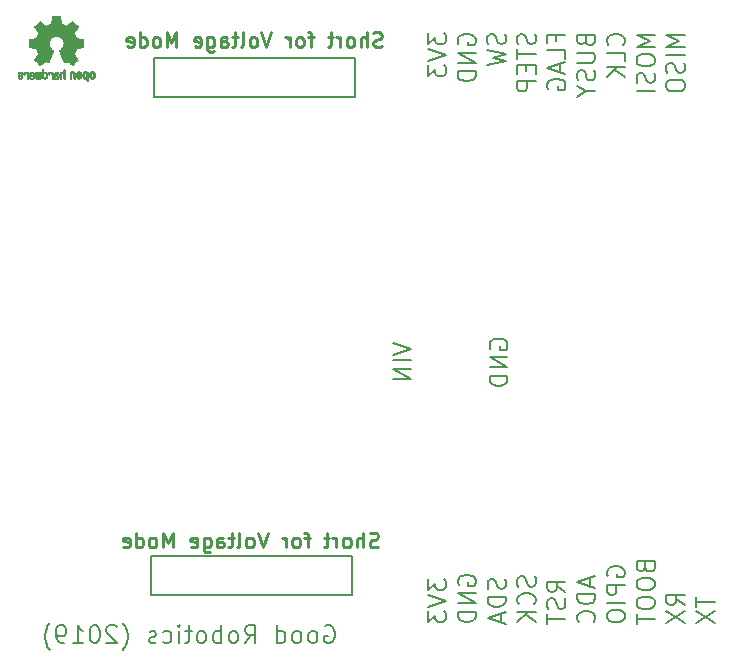
<source format=gbr>
G04 #@! TF.GenerationSoftware,KiCad,Pcbnew,5.0.2-bee76a0~70~ubuntu16.04.1*
G04 #@! TF.CreationDate,2019-02-07T19:47:00-08:00*
G04 #@! TF.ProjectId,wifistepper,77696669-7374-4657-9070-65722e6b6963,rev?*
G04 #@! TF.SameCoordinates,Original*
G04 #@! TF.FileFunction,Legend,Bot*
G04 #@! TF.FilePolarity,Positive*
%FSLAX46Y46*%
G04 Gerber Fmt 4.6, Leading zero omitted, Abs format (unit mm)*
G04 Created by KiCad (PCBNEW 5.0.2-bee76a0~70~ubuntu16.04.1) date Thu 07 Feb 2019 07:47:00 PM PST*
%MOMM*%
%LPD*%
G01*
G04 APERTURE LIST*
%ADD10C,0.200000*%
%ADD11C,0.225000*%
%ADD12C,0.010000*%
G04 APERTURE END LIST*
D10*
X75124571Y-91194142D02*
X76624571Y-91694142D01*
X75124571Y-92194142D01*
X76624571Y-92694142D02*
X75124571Y-92694142D01*
X76624571Y-93408428D02*
X75124571Y-93408428D01*
X76624571Y-94265571D01*
X75124571Y-94265571D01*
X83387500Y-91694142D02*
X83316071Y-91551285D01*
X83316071Y-91337000D01*
X83387500Y-91122714D01*
X83530357Y-90979857D01*
X83673214Y-90908428D01*
X83958928Y-90837000D01*
X84173214Y-90837000D01*
X84458928Y-90908428D01*
X84601785Y-90979857D01*
X84744642Y-91122714D01*
X84816071Y-91337000D01*
X84816071Y-91479857D01*
X84744642Y-91694142D01*
X84673214Y-91765571D01*
X84173214Y-91765571D01*
X84173214Y-91479857D01*
X84816071Y-92408428D02*
X83316071Y-92408428D01*
X84816071Y-93265571D01*
X83316071Y-93265571D01*
X84816071Y-93979857D02*
X83316071Y-93979857D01*
X83316071Y-94337000D01*
X83387500Y-94551285D01*
X83530357Y-94694142D01*
X83673214Y-94765571D01*
X83958928Y-94837000D01*
X84173214Y-94837000D01*
X84458928Y-94765571D01*
X84601785Y-94694142D01*
X84744642Y-94551285D01*
X84816071Y-94337000D01*
X84816071Y-93979857D01*
X78085690Y-111193928D02*
X78085690Y-112122500D01*
X78676166Y-111622500D01*
X78676166Y-111836785D01*
X78749976Y-111979642D01*
X78823785Y-112051071D01*
X78971404Y-112122500D01*
X79340452Y-112122500D01*
X79488071Y-112051071D01*
X79561880Y-111979642D01*
X79635690Y-111836785D01*
X79635690Y-111408214D01*
X79561880Y-111265357D01*
X79488071Y-111193928D01*
X78085690Y-112551071D02*
X79635690Y-113051071D01*
X78085690Y-113551071D01*
X78085690Y-113908214D02*
X78085690Y-114836785D01*
X78676166Y-114336785D01*
X78676166Y-114551071D01*
X78749976Y-114693928D01*
X78823785Y-114765357D01*
X78971404Y-114836785D01*
X79340452Y-114836785D01*
X79488071Y-114765357D01*
X79561880Y-114693928D01*
X79635690Y-114551071D01*
X79635690Y-114122500D01*
X79561880Y-113979642D01*
X79488071Y-113908214D01*
X80684500Y-111693928D02*
X80610690Y-111551071D01*
X80610690Y-111336785D01*
X80684500Y-111122500D01*
X80832119Y-110979642D01*
X80979738Y-110908214D01*
X81274976Y-110836785D01*
X81496404Y-110836785D01*
X81791642Y-110908214D01*
X81939261Y-110979642D01*
X82086880Y-111122500D01*
X82160690Y-111336785D01*
X82160690Y-111479642D01*
X82086880Y-111693928D01*
X82013071Y-111765357D01*
X81496404Y-111765357D01*
X81496404Y-111479642D01*
X82160690Y-112408214D02*
X80610690Y-112408214D01*
X82160690Y-113265357D01*
X80610690Y-113265357D01*
X82160690Y-113979642D02*
X80610690Y-113979642D01*
X80610690Y-114336785D01*
X80684500Y-114551071D01*
X80832119Y-114693928D01*
X80979738Y-114765357D01*
X81274976Y-114836785D01*
X81496404Y-114836785D01*
X81791642Y-114765357D01*
X81939261Y-114693928D01*
X82086880Y-114551071D01*
X82160690Y-114336785D01*
X82160690Y-113979642D01*
X84611880Y-111193928D02*
X84685690Y-111408214D01*
X84685690Y-111765357D01*
X84611880Y-111908214D01*
X84538071Y-111979642D01*
X84390452Y-112051071D01*
X84242833Y-112051071D01*
X84095214Y-111979642D01*
X84021404Y-111908214D01*
X83947595Y-111765357D01*
X83873785Y-111479642D01*
X83799976Y-111336785D01*
X83726166Y-111265357D01*
X83578547Y-111193928D01*
X83430928Y-111193928D01*
X83283309Y-111265357D01*
X83209500Y-111336785D01*
X83135690Y-111479642D01*
X83135690Y-111836785D01*
X83209500Y-112051071D01*
X84685690Y-112693928D02*
X83135690Y-112693928D01*
X83135690Y-113051071D01*
X83209500Y-113265357D01*
X83357119Y-113408214D01*
X83504738Y-113479642D01*
X83799976Y-113551071D01*
X84021404Y-113551071D01*
X84316642Y-113479642D01*
X84464261Y-113408214D01*
X84611880Y-113265357D01*
X84685690Y-113051071D01*
X84685690Y-112693928D01*
X84242833Y-114122500D02*
X84242833Y-114836785D01*
X84685690Y-113979642D02*
X83135690Y-114479642D01*
X84685690Y-114979642D01*
X87136880Y-110979642D02*
X87210690Y-111193928D01*
X87210690Y-111551071D01*
X87136880Y-111693928D01*
X87063071Y-111765357D01*
X86915452Y-111836785D01*
X86767833Y-111836785D01*
X86620214Y-111765357D01*
X86546404Y-111693928D01*
X86472595Y-111551071D01*
X86398785Y-111265357D01*
X86324976Y-111122500D01*
X86251166Y-111051071D01*
X86103547Y-110979642D01*
X85955928Y-110979642D01*
X85808309Y-111051071D01*
X85734500Y-111122500D01*
X85660690Y-111265357D01*
X85660690Y-111622500D01*
X85734500Y-111836785D01*
X87063071Y-113336785D02*
X87136880Y-113265357D01*
X87210690Y-113051071D01*
X87210690Y-112908214D01*
X87136880Y-112693928D01*
X86989261Y-112551071D01*
X86841642Y-112479642D01*
X86546404Y-112408214D01*
X86324976Y-112408214D01*
X86029738Y-112479642D01*
X85882119Y-112551071D01*
X85734500Y-112693928D01*
X85660690Y-112908214D01*
X85660690Y-113051071D01*
X85734500Y-113265357D01*
X85808309Y-113336785D01*
X87210690Y-113979642D02*
X85660690Y-113979642D01*
X87210690Y-114836785D02*
X86324976Y-114193928D01*
X85660690Y-114836785D02*
X86546404Y-113979642D01*
X89735690Y-112265357D02*
X88997595Y-111765357D01*
X89735690Y-111408214D02*
X88185690Y-111408214D01*
X88185690Y-111979642D01*
X88259500Y-112122500D01*
X88333309Y-112193928D01*
X88480928Y-112265357D01*
X88702357Y-112265357D01*
X88849976Y-112193928D01*
X88923785Y-112122500D01*
X88997595Y-111979642D01*
X88997595Y-111408214D01*
X89661880Y-112836785D02*
X89735690Y-113051071D01*
X89735690Y-113408214D01*
X89661880Y-113551071D01*
X89588071Y-113622500D01*
X89440452Y-113693928D01*
X89292833Y-113693928D01*
X89145214Y-113622500D01*
X89071404Y-113551071D01*
X88997595Y-113408214D01*
X88923785Y-113122500D01*
X88849976Y-112979642D01*
X88776166Y-112908214D01*
X88628547Y-112836785D01*
X88480928Y-112836785D01*
X88333309Y-112908214D01*
X88259500Y-112979642D01*
X88185690Y-113122500D01*
X88185690Y-113479642D01*
X88259500Y-113693928D01*
X88185690Y-114122500D02*
X88185690Y-114979642D01*
X89735690Y-114551071D02*
X88185690Y-114551071D01*
X91817833Y-111122500D02*
X91817833Y-111836785D01*
X92260690Y-110979642D02*
X90710690Y-111479642D01*
X92260690Y-111979642D01*
X92260690Y-112479642D02*
X90710690Y-112479642D01*
X90710690Y-112836785D01*
X90784500Y-113051071D01*
X90932119Y-113193928D01*
X91079738Y-113265357D01*
X91374976Y-113336785D01*
X91596404Y-113336785D01*
X91891642Y-113265357D01*
X92039261Y-113193928D01*
X92186880Y-113051071D01*
X92260690Y-112836785D01*
X92260690Y-112479642D01*
X92113071Y-114836785D02*
X92186880Y-114765357D01*
X92260690Y-114551071D01*
X92260690Y-114408214D01*
X92186880Y-114193928D01*
X92039261Y-114051071D01*
X91891642Y-113979642D01*
X91596404Y-113908214D01*
X91374976Y-113908214D01*
X91079738Y-113979642D01*
X90932119Y-114051071D01*
X90784500Y-114193928D01*
X90710690Y-114408214D01*
X90710690Y-114551071D01*
X90784500Y-114765357D01*
X90858309Y-114836785D01*
X93309500Y-110979642D02*
X93235690Y-110836785D01*
X93235690Y-110622500D01*
X93309500Y-110408214D01*
X93457119Y-110265357D01*
X93604738Y-110193928D01*
X93899976Y-110122500D01*
X94121404Y-110122500D01*
X94416642Y-110193928D01*
X94564261Y-110265357D01*
X94711880Y-110408214D01*
X94785690Y-110622500D01*
X94785690Y-110765357D01*
X94711880Y-110979642D01*
X94638071Y-111051071D01*
X94121404Y-111051071D01*
X94121404Y-110765357D01*
X94785690Y-111693928D02*
X93235690Y-111693928D01*
X93235690Y-112265357D01*
X93309500Y-112408214D01*
X93383309Y-112479642D01*
X93530928Y-112551071D01*
X93752357Y-112551071D01*
X93899976Y-112479642D01*
X93973785Y-112408214D01*
X94047595Y-112265357D01*
X94047595Y-111693928D01*
X94785690Y-113193928D02*
X93235690Y-113193928D01*
X93235690Y-114193928D02*
X93235690Y-114479642D01*
X93309500Y-114622500D01*
X93457119Y-114765357D01*
X93752357Y-114836785D01*
X94269023Y-114836785D01*
X94564261Y-114765357D01*
X94711880Y-114622500D01*
X94785690Y-114479642D01*
X94785690Y-114193928D01*
X94711880Y-114051071D01*
X94564261Y-113908214D01*
X94269023Y-113836785D01*
X93752357Y-113836785D01*
X93457119Y-113908214D01*
X93309500Y-114051071D01*
X93235690Y-114193928D01*
X96498785Y-110193928D02*
X96572595Y-110408214D01*
X96646404Y-110479642D01*
X96794023Y-110551071D01*
X97015452Y-110551071D01*
X97163071Y-110479642D01*
X97236880Y-110408214D01*
X97310690Y-110265357D01*
X97310690Y-109693928D01*
X95760690Y-109693928D01*
X95760690Y-110193928D01*
X95834500Y-110336785D01*
X95908309Y-110408214D01*
X96055928Y-110479642D01*
X96203547Y-110479642D01*
X96351166Y-110408214D01*
X96424976Y-110336785D01*
X96498785Y-110193928D01*
X96498785Y-109693928D01*
X95760690Y-111479642D02*
X95760690Y-111765357D01*
X95834500Y-111908214D01*
X95982119Y-112051071D01*
X96277357Y-112122500D01*
X96794023Y-112122500D01*
X97089261Y-112051071D01*
X97236880Y-111908214D01*
X97310690Y-111765357D01*
X97310690Y-111479642D01*
X97236880Y-111336785D01*
X97089261Y-111193928D01*
X96794023Y-111122500D01*
X96277357Y-111122500D01*
X95982119Y-111193928D01*
X95834500Y-111336785D01*
X95760690Y-111479642D01*
X95760690Y-113051071D02*
X95760690Y-113336785D01*
X95834500Y-113479642D01*
X95982119Y-113622500D01*
X96277357Y-113693928D01*
X96794023Y-113693928D01*
X97089261Y-113622500D01*
X97236880Y-113479642D01*
X97310690Y-113336785D01*
X97310690Y-113051071D01*
X97236880Y-112908214D01*
X97089261Y-112765357D01*
X96794023Y-112693928D01*
X96277357Y-112693928D01*
X95982119Y-112765357D01*
X95834500Y-112908214D01*
X95760690Y-113051071D01*
X95760690Y-114122500D02*
X95760690Y-114979642D01*
X97310690Y-114551071D02*
X95760690Y-114551071D01*
X99835690Y-113408214D02*
X99097595Y-112908214D01*
X99835690Y-112551071D02*
X98285690Y-112551071D01*
X98285690Y-113122500D01*
X98359500Y-113265357D01*
X98433309Y-113336785D01*
X98580928Y-113408214D01*
X98802357Y-113408214D01*
X98949976Y-113336785D01*
X99023785Y-113265357D01*
X99097595Y-113122500D01*
X99097595Y-112551071D01*
X98285690Y-113908214D02*
X99835690Y-114908214D01*
X98285690Y-114908214D02*
X99835690Y-113908214D01*
X100810690Y-112693928D02*
X100810690Y-113551071D01*
X102360690Y-113122500D02*
X100810690Y-113122500D01*
X100810690Y-113908214D02*
X102360690Y-114908214D01*
X100810690Y-114908214D02*
X102360690Y-113908214D01*
X78078190Y-64987285D02*
X78078190Y-65915857D01*
X78668666Y-65415857D01*
X78668666Y-65630142D01*
X78742476Y-65773000D01*
X78816285Y-65844428D01*
X78963904Y-65915857D01*
X79332952Y-65915857D01*
X79480571Y-65844428D01*
X79554380Y-65773000D01*
X79628190Y-65630142D01*
X79628190Y-65201571D01*
X79554380Y-65058714D01*
X79480571Y-64987285D01*
X78078190Y-66344428D02*
X79628190Y-66844428D01*
X78078190Y-67344428D01*
X78078190Y-67701571D02*
X78078190Y-68630142D01*
X78668666Y-68130142D01*
X78668666Y-68344428D01*
X78742476Y-68487285D01*
X78816285Y-68558714D01*
X78963904Y-68630142D01*
X79332952Y-68630142D01*
X79480571Y-68558714D01*
X79554380Y-68487285D01*
X79628190Y-68344428D01*
X79628190Y-67915857D01*
X79554380Y-67773000D01*
X79480571Y-67701571D01*
X80677000Y-65915857D02*
X80603190Y-65773000D01*
X80603190Y-65558714D01*
X80677000Y-65344428D01*
X80824619Y-65201571D01*
X80972238Y-65130142D01*
X81267476Y-65058714D01*
X81488904Y-65058714D01*
X81784142Y-65130142D01*
X81931761Y-65201571D01*
X82079380Y-65344428D01*
X82153190Y-65558714D01*
X82153190Y-65701571D01*
X82079380Y-65915857D01*
X82005571Y-65987285D01*
X81488904Y-65987285D01*
X81488904Y-65701571D01*
X82153190Y-66630142D02*
X80603190Y-66630142D01*
X82153190Y-67487285D01*
X80603190Y-67487285D01*
X82153190Y-68201571D02*
X80603190Y-68201571D01*
X80603190Y-68558714D01*
X80677000Y-68773000D01*
X80824619Y-68915857D01*
X80972238Y-68987285D01*
X81267476Y-69058714D01*
X81488904Y-69058714D01*
X81784142Y-68987285D01*
X81931761Y-68915857D01*
X82079380Y-68773000D01*
X82153190Y-68558714D01*
X82153190Y-68201571D01*
X84604380Y-65058714D02*
X84678190Y-65273000D01*
X84678190Y-65630142D01*
X84604380Y-65773000D01*
X84530571Y-65844428D01*
X84382952Y-65915857D01*
X84235333Y-65915857D01*
X84087714Y-65844428D01*
X84013904Y-65773000D01*
X83940095Y-65630142D01*
X83866285Y-65344428D01*
X83792476Y-65201571D01*
X83718666Y-65130142D01*
X83571047Y-65058714D01*
X83423428Y-65058714D01*
X83275809Y-65130142D01*
X83202000Y-65201571D01*
X83128190Y-65344428D01*
X83128190Y-65701571D01*
X83202000Y-65915857D01*
X83128190Y-66415857D02*
X84678190Y-66773000D01*
X83571047Y-67058714D01*
X84678190Y-67344428D01*
X83128190Y-67701571D01*
X87129380Y-65058714D02*
X87203190Y-65273000D01*
X87203190Y-65630142D01*
X87129380Y-65773000D01*
X87055571Y-65844428D01*
X86907952Y-65915857D01*
X86760333Y-65915857D01*
X86612714Y-65844428D01*
X86538904Y-65773000D01*
X86465095Y-65630142D01*
X86391285Y-65344428D01*
X86317476Y-65201571D01*
X86243666Y-65130142D01*
X86096047Y-65058714D01*
X85948428Y-65058714D01*
X85800809Y-65130142D01*
X85727000Y-65201571D01*
X85653190Y-65344428D01*
X85653190Y-65701571D01*
X85727000Y-65915857D01*
X85653190Y-66344428D02*
X85653190Y-67201571D01*
X87203190Y-66773000D02*
X85653190Y-66773000D01*
X86391285Y-67701571D02*
X86391285Y-68201571D01*
X87203190Y-68415857D02*
X87203190Y-67701571D01*
X85653190Y-67701571D01*
X85653190Y-68415857D01*
X87203190Y-69058714D02*
X85653190Y-69058714D01*
X85653190Y-69630142D01*
X85727000Y-69773000D01*
X85800809Y-69844428D01*
X85948428Y-69915857D01*
X86169857Y-69915857D01*
X86317476Y-69844428D01*
X86391285Y-69773000D01*
X86465095Y-69630142D01*
X86465095Y-69058714D01*
X88916285Y-65630142D02*
X88916285Y-65130142D01*
X89728190Y-65130142D02*
X88178190Y-65130142D01*
X88178190Y-65844428D01*
X89728190Y-67130142D02*
X89728190Y-66415857D01*
X88178190Y-66415857D01*
X89285333Y-67558714D02*
X89285333Y-68273000D01*
X89728190Y-67415857D02*
X88178190Y-67915857D01*
X89728190Y-68415857D01*
X88252000Y-69701571D02*
X88178190Y-69558714D01*
X88178190Y-69344428D01*
X88252000Y-69130142D01*
X88399619Y-68987285D01*
X88547238Y-68915857D01*
X88842476Y-68844428D01*
X89063904Y-68844428D01*
X89359142Y-68915857D01*
X89506761Y-68987285D01*
X89654380Y-69130142D01*
X89728190Y-69344428D01*
X89728190Y-69487285D01*
X89654380Y-69701571D01*
X89580571Y-69773000D01*
X89063904Y-69773000D01*
X89063904Y-69487285D01*
X91441285Y-65630142D02*
X91515095Y-65844428D01*
X91588904Y-65915857D01*
X91736523Y-65987285D01*
X91957952Y-65987285D01*
X92105571Y-65915857D01*
X92179380Y-65844428D01*
X92253190Y-65701571D01*
X92253190Y-65130142D01*
X90703190Y-65130142D01*
X90703190Y-65630142D01*
X90777000Y-65773000D01*
X90850809Y-65844428D01*
X90998428Y-65915857D01*
X91146047Y-65915857D01*
X91293666Y-65844428D01*
X91367476Y-65773000D01*
X91441285Y-65630142D01*
X91441285Y-65130142D01*
X90703190Y-66630142D02*
X91957952Y-66630142D01*
X92105571Y-66701571D01*
X92179380Y-66773000D01*
X92253190Y-66915857D01*
X92253190Y-67201571D01*
X92179380Y-67344428D01*
X92105571Y-67415857D01*
X91957952Y-67487285D01*
X90703190Y-67487285D01*
X92179380Y-68130142D02*
X92253190Y-68344428D01*
X92253190Y-68701571D01*
X92179380Y-68844428D01*
X92105571Y-68915857D01*
X91957952Y-68987285D01*
X91810333Y-68987285D01*
X91662714Y-68915857D01*
X91588904Y-68844428D01*
X91515095Y-68701571D01*
X91441285Y-68415857D01*
X91367476Y-68273000D01*
X91293666Y-68201571D01*
X91146047Y-68130142D01*
X90998428Y-68130142D01*
X90850809Y-68201571D01*
X90777000Y-68273000D01*
X90703190Y-68415857D01*
X90703190Y-68773000D01*
X90777000Y-68987285D01*
X91515095Y-69915857D02*
X92253190Y-69915857D01*
X90703190Y-69415857D02*
X91515095Y-69915857D01*
X90703190Y-70415857D01*
X94630571Y-65987285D02*
X94704380Y-65915857D01*
X94778190Y-65701571D01*
X94778190Y-65558714D01*
X94704380Y-65344428D01*
X94556761Y-65201571D01*
X94409142Y-65130142D01*
X94113904Y-65058714D01*
X93892476Y-65058714D01*
X93597238Y-65130142D01*
X93449619Y-65201571D01*
X93302000Y-65344428D01*
X93228190Y-65558714D01*
X93228190Y-65701571D01*
X93302000Y-65915857D01*
X93375809Y-65987285D01*
X94778190Y-67344428D02*
X94778190Y-66630142D01*
X93228190Y-66630142D01*
X94778190Y-67844428D02*
X93228190Y-67844428D01*
X94778190Y-68701571D02*
X93892476Y-68058714D01*
X93228190Y-68701571D02*
X94113904Y-67844428D01*
X97303190Y-65130142D02*
X95753190Y-65130142D01*
X96860333Y-65630142D01*
X95753190Y-66130142D01*
X97303190Y-66130142D01*
X95753190Y-67130142D02*
X95753190Y-67415857D01*
X95827000Y-67558714D01*
X95974619Y-67701571D01*
X96269857Y-67773000D01*
X96786523Y-67773000D01*
X97081761Y-67701571D01*
X97229380Y-67558714D01*
X97303190Y-67415857D01*
X97303190Y-67130142D01*
X97229380Y-66987285D01*
X97081761Y-66844428D01*
X96786523Y-66773000D01*
X96269857Y-66773000D01*
X95974619Y-66844428D01*
X95827000Y-66987285D01*
X95753190Y-67130142D01*
X97229380Y-68344428D02*
X97303190Y-68558714D01*
X97303190Y-68915857D01*
X97229380Y-69058714D01*
X97155571Y-69130142D01*
X97007952Y-69201571D01*
X96860333Y-69201571D01*
X96712714Y-69130142D01*
X96638904Y-69058714D01*
X96565095Y-68915857D01*
X96491285Y-68630142D01*
X96417476Y-68487285D01*
X96343666Y-68415857D01*
X96196047Y-68344428D01*
X96048428Y-68344428D01*
X95900809Y-68415857D01*
X95827000Y-68487285D01*
X95753190Y-68630142D01*
X95753190Y-68987285D01*
X95827000Y-69201571D01*
X97303190Y-69844428D02*
X95753190Y-69844428D01*
X99828190Y-65130142D02*
X98278190Y-65130142D01*
X99385333Y-65630142D01*
X98278190Y-66130142D01*
X99828190Y-66130142D01*
X99828190Y-66844428D02*
X98278190Y-66844428D01*
X99754380Y-67487285D02*
X99828190Y-67701571D01*
X99828190Y-68058714D01*
X99754380Y-68201571D01*
X99680571Y-68273000D01*
X99532952Y-68344428D01*
X99385333Y-68344428D01*
X99237714Y-68273000D01*
X99163904Y-68201571D01*
X99090095Y-68058714D01*
X99016285Y-67773000D01*
X98942476Y-67630142D01*
X98868666Y-67558714D01*
X98721047Y-67487285D01*
X98573428Y-67487285D01*
X98425809Y-67558714D01*
X98352000Y-67630142D01*
X98278190Y-67773000D01*
X98278190Y-68130142D01*
X98352000Y-68344428D01*
X98278190Y-69273000D02*
X98278190Y-69558714D01*
X98352000Y-69701571D01*
X98499619Y-69844428D01*
X98794857Y-69915857D01*
X99311523Y-69915857D01*
X99606761Y-69844428D01*
X99754380Y-69701571D01*
X99828190Y-69558714D01*
X99828190Y-69273000D01*
X99754380Y-69130142D01*
X99606761Y-68987285D01*
X99311523Y-68915857D01*
X98794857Y-68915857D01*
X98499619Y-68987285D01*
X98352000Y-69130142D01*
X98278190Y-69273000D01*
D11*
X73859071Y-108455952D02*
X73680500Y-108515476D01*
X73382880Y-108515476D01*
X73263833Y-108455952D01*
X73204309Y-108396428D01*
X73144785Y-108277380D01*
X73144785Y-108158333D01*
X73204309Y-108039285D01*
X73263833Y-107979761D01*
X73382880Y-107920238D01*
X73620976Y-107860714D01*
X73740023Y-107801190D01*
X73799547Y-107741666D01*
X73859071Y-107622619D01*
X73859071Y-107503571D01*
X73799547Y-107384523D01*
X73740023Y-107325000D01*
X73620976Y-107265476D01*
X73323357Y-107265476D01*
X73144785Y-107325000D01*
X72609071Y-108515476D02*
X72609071Y-107265476D01*
X72073357Y-108515476D02*
X72073357Y-107860714D01*
X72132880Y-107741666D01*
X72251928Y-107682142D01*
X72430500Y-107682142D01*
X72549547Y-107741666D01*
X72609071Y-107801190D01*
X71299547Y-108515476D02*
X71418595Y-108455952D01*
X71478119Y-108396428D01*
X71537642Y-108277380D01*
X71537642Y-107920238D01*
X71478119Y-107801190D01*
X71418595Y-107741666D01*
X71299547Y-107682142D01*
X71120976Y-107682142D01*
X71001928Y-107741666D01*
X70942404Y-107801190D01*
X70882880Y-107920238D01*
X70882880Y-108277380D01*
X70942404Y-108396428D01*
X71001928Y-108455952D01*
X71120976Y-108515476D01*
X71299547Y-108515476D01*
X70347166Y-108515476D02*
X70347166Y-107682142D01*
X70347166Y-107920238D02*
X70287642Y-107801190D01*
X70228119Y-107741666D01*
X70109071Y-107682142D01*
X69990023Y-107682142D01*
X69751928Y-107682142D02*
X69275738Y-107682142D01*
X69573357Y-107265476D02*
X69573357Y-108336904D01*
X69513833Y-108455952D01*
X69394785Y-108515476D01*
X69275738Y-108515476D01*
X68085261Y-107682142D02*
X67609071Y-107682142D01*
X67906690Y-108515476D02*
X67906690Y-107444047D01*
X67847166Y-107325000D01*
X67728119Y-107265476D01*
X67609071Y-107265476D01*
X67013833Y-108515476D02*
X67132880Y-108455952D01*
X67192404Y-108396428D01*
X67251928Y-108277380D01*
X67251928Y-107920238D01*
X67192404Y-107801190D01*
X67132880Y-107741666D01*
X67013833Y-107682142D01*
X66835261Y-107682142D01*
X66716214Y-107741666D01*
X66656690Y-107801190D01*
X66597166Y-107920238D01*
X66597166Y-108277380D01*
X66656690Y-108396428D01*
X66716214Y-108455952D01*
X66835261Y-108515476D01*
X67013833Y-108515476D01*
X66061452Y-108515476D02*
X66061452Y-107682142D01*
X66061452Y-107920238D02*
X66001928Y-107801190D01*
X65942404Y-107741666D01*
X65823357Y-107682142D01*
X65704309Y-107682142D01*
X64513833Y-107265476D02*
X64097166Y-108515476D01*
X63680500Y-107265476D01*
X63085261Y-108515476D02*
X63204309Y-108455952D01*
X63263833Y-108396428D01*
X63323357Y-108277380D01*
X63323357Y-107920238D01*
X63263833Y-107801190D01*
X63204309Y-107741666D01*
X63085261Y-107682142D01*
X62906690Y-107682142D01*
X62787642Y-107741666D01*
X62728119Y-107801190D01*
X62668595Y-107920238D01*
X62668595Y-108277380D01*
X62728119Y-108396428D01*
X62787642Y-108455952D01*
X62906690Y-108515476D01*
X63085261Y-108515476D01*
X61954309Y-108515476D02*
X62073357Y-108455952D01*
X62132880Y-108336904D01*
X62132880Y-107265476D01*
X61656690Y-107682142D02*
X61180500Y-107682142D01*
X61478119Y-107265476D02*
X61478119Y-108336904D01*
X61418595Y-108455952D01*
X61299547Y-108515476D01*
X61180500Y-108515476D01*
X60228119Y-108515476D02*
X60228119Y-107860714D01*
X60287642Y-107741666D01*
X60406690Y-107682142D01*
X60644785Y-107682142D01*
X60763833Y-107741666D01*
X60228119Y-108455952D02*
X60347166Y-108515476D01*
X60644785Y-108515476D01*
X60763833Y-108455952D01*
X60823357Y-108336904D01*
X60823357Y-108217857D01*
X60763833Y-108098809D01*
X60644785Y-108039285D01*
X60347166Y-108039285D01*
X60228119Y-107979761D01*
X59097166Y-107682142D02*
X59097166Y-108694047D01*
X59156690Y-108813095D01*
X59216214Y-108872619D01*
X59335261Y-108932142D01*
X59513833Y-108932142D01*
X59632880Y-108872619D01*
X59097166Y-108455952D02*
X59216214Y-108515476D01*
X59454309Y-108515476D01*
X59573357Y-108455952D01*
X59632880Y-108396428D01*
X59692404Y-108277380D01*
X59692404Y-107920238D01*
X59632880Y-107801190D01*
X59573357Y-107741666D01*
X59454309Y-107682142D01*
X59216214Y-107682142D01*
X59097166Y-107741666D01*
X58025738Y-108455952D02*
X58144785Y-108515476D01*
X58382880Y-108515476D01*
X58501928Y-108455952D01*
X58561452Y-108336904D01*
X58561452Y-107860714D01*
X58501928Y-107741666D01*
X58382880Y-107682142D01*
X58144785Y-107682142D01*
X58025738Y-107741666D01*
X57966214Y-107860714D01*
X57966214Y-107979761D01*
X58561452Y-108098809D01*
X56478119Y-108515476D02*
X56478119Y-107265476D01*
X56061452Y-108158333D01*
X55644785Y-107265476D01*
X55644785Y-108515476D01*
X54870976Y-108515476D02*
X54990023Y-108455952D01*
X55049547Y-108396428D01*
X55109071Y-108277380D01*
X55109071Y-107920238D01*
X55049547Y-107801190D01*
X54990023Y-107741666D01*
X54870976Y-107682142D01*
X54692404Y-107682142D01*
X54573357Y-107741666D01*
X54513833Y-107801190D01*
X54454309Y-107920238D01*
X54454309Y-108277380D01*
X54513833Y-108396428D01*
X54573357Y-108455952D01*
X54692404Y-108515476D01*
X54870976Y-108515476D01*
X53382880Y-108515476D02*
X53382880Y-107265476D01*
X53382880Y-108455952D02*
X53501928Y-108515476D01*
X53740023Y-108515476D01*
X53859071Y-108455952D01*
X53918595Y-108396428D01*
X53978119Y-108277380D01*
X53978119Y-107920238D01*
X53918595Y-107801190D01*
X53859071Y-107741666D01*
X53740023Y-107682142D01*
X53501928Y-107682142D01*
X53382880Y-107741666D01*
X52311452Y-108455952D02*
X52430500Y-108515476D01*
X52668595Y-108515476D01*
X52787642Y-108455952D01*
X52847166Y-108336904D01*
X52847166Y-107860714D01*
X52787642Y-107741666D01*
X52668595Y-107682142D01*
X52430500Y-107682142D01*
X52311452Y-107741666D01*
X52251928Y-107860714D01*
X52251928Y-107979761D01*
X52847166Y-108098809D01*
X74176571Y-66101452D02*
X73998000Y-66160976D01*
X73700380Y-66160976D01*
X73581333Y-66101452D01*
X73521809Y-66041928D01*
X73462285Y-65922880D01*
X73462285Y-65803833D01*
X73521809Y-65684785D01*
X73581333Y-65625261D01*
X73700380Y-65565738D01*
X73938476Y-65506214D01*
X74057523Y-65446690D01*
X74117047Y-65387166D01*
X74176571Y-65268119D01*
X74176571Y-65149071D01*
X74117047Y-65030023D01*
X74057523Y-64970500D01*
X73938476Y-64910976D01*
X73640857Y-64910976D01*
X73462285Y-64970500D01*
X72926571Y-66160976D02*
X72926571Y-64910976D01*
X72390857Y-66160976D02*
X72390857Y-65506214D01*
X72450380Y-65387166D01*
X72569428Y-65327642D01*
X72748000Y-65327642D01*
X72867047Y-65387166D01*
X72926571Y-65446690D01*
X71617047Y-66160976D02*
X71736095Y-66101452D01*
X71795619Y-66041928D01*
X71855142Y-65922880D01*
X71855142Y-65565738D01*
X71795619Y-65446690D01*
X71736095Y-65387166D01*
X71617047Y-65327642D01*
X71438476Y-65327642D01*
X71319428Y-65387166D01*
X71259904Y-65446690D01*
X71200380Y-65565738D01*
X71200380Y-65922880D01*
X71259904Y-66041928D01*
X71319428Y-66101452D01*
X71438476Y-66160976D01*
X71617047Y-66160976D01*
X70664666Y-66160976D02*
X70664666Y-65327642D01*
X70664666Y-65565738D02*
X70605142Y-65446690D01*
X70545619Y-65387166D01*
X70426571Y-65327642D01*
X70307523Y-65327642D01*
X70069428Y-65327642D02*
X69593238Y-65327642D01*
X69890857Y-64910976D02*
X69890857Y-65982404D01*
X69831333Y-66101452D01*
X69712285Y-66160976D01*
X69593238Y-66160976D01*
X68402761Y-65327642D02*
X67926571Y-65327642D01*
X68224190Y-66160976D02*
X68224190Y-65089547D01*
X68164666Y-64970500D01*
X68045619Y-64910976D01*
X67926571Y-64910976D01*
X67331333Y-66160976D02*
X67450380Y-66101452D01*
X67509904Y-66041928D01*
X67569428Y-65922880D01*
X67569428Y-65565738D01*
X67509904Y-65446690D01*
X67450380Y-65387166D01*
X67331333Y-65327642D01*
X67152761Y-65327642D01*
X67033714Y-65387166D01*
X66974190Y-65446690D01*
X66914666Y-65565738D01*
X66914666Y-65922880D01*
X66974190Y-66041928D01*
X67033714Y-66101452D01*
X67152761Y-66160976D01*
X67331333Y-66160976D01*
X66378952Y-66160976D02*
X66378952Y-65327642D01*
X66378952Y-65565738D02*
X66319428Y-65446690D01*
X66259904Y-65387166D01*
X66140857Y-65327642D01*
X66021809Y-65327642D01*
X64831333Y-64910976D02*
X64414666Y-66160976D01*
X63998000Y-64910976D01*
X63402761Y-66160976D02*
X63521809Y-66101452D01*
X63581333Y-66041928D01*
X63640857Y-65922880D01*
X63640857Y-65565738D01*
X63581333Y-65446690D01*
X63521809Y-65387166D01*
X63402761Y-65327642D01*
X63224190Y-65327642D01*
X63105142Y-65387166D01*
X63045619Y-65446690D01*
X62986095Y-65565738D01*
X62986095Y-65922880D01*
X63045619Y-66041928D01*
X63105142Y-66101452D01*
X63224190Y-66160976D01*
X63402761Y-66160976D01*
X62271809Y-66160976D02*
X62390857Y-66101452D01*
X62450380Y-65982404D01*
X62450380Y-64910976D01*
X61974190Y-65327642D02*
X61498000Y-65327642D01*
X61795619Y-64910976D02*
X61795619Y-65982404D01*
X61736095Y-66101452D01*
X61617047Y-66160976D01*
X61498000Y-66160976D01*
X60545619Y-66160976D02*
X60545619Y-65506214D01*
X60605142Y-65387166D01*
X60724190Y-65327642D01*
X60962285Y-65327642D01*
X61081333Y-65387166D01*
X60545619Y-66101452D02*
X60664666Y-66160976D01*
X60962285Y-66160976D01*
X61081333Y-66101452D01*
X61140857Y-65982404D01*
X61140857Y-65863357D01*
X61081333Y-65744309D01*
X60962285Y-65684785D01*
X60664666Y-65684785D01*
X60545619Y-65625261D01*
X59414666Y-65327642D02*
X59414666Y-66339547D01*
X59474190Y-66458595D01*
X59533714Y-66518119D01*
X59652761Y-66577642D01*
X59831333Y-66577642D01*
X59950380Y-66518119D01*
X59414666Y-66101452D02*
X59533714Y-66160976D01*
X59771809Y-66160976D01*
X59890857Y-66101452D01*
X59950380Y-66041928D01*
X60009904Y-65922880D01*
X60009904Y-65565738D01*
X59950380Y-65446690D01*
X59890857Y-65387166D01*
X59771809Y-65327642D01*
X59533714Y-65327642D01*
X59414666Y-65387166D01*
X58343238Y-66101452D02*
X58462285Y-66160976D01*
X58700380Y-66160976D01*
X58819428Y-66101452D01*
X58878952Y-65982404D01*
X58878952Y-65506214D01*
X58819428Y-65387166D01*
X58700380Y-65327642D01*
X58462285Y-65327642D01*
X58343238Y-65387166D01*
X58283714Y-65506214D01*
X58283714Y-65625261D01*
X58878952Y-65744309D01*
X56795619Y-66160976D02*
X56795619Y-64910976D01*
X56378952Y-65803833D01*
X55962285Y-64910976D01*
X55962285Y-66160976D01*
X55188476Y-66160976D02*
X55307523Y-66101452D01*
X55367047Y-66041928D01*
X55426571Y-65922880D01*
X55426571Y-65565738D01*
X55367047Y-65446690D01*
X55307523Y-65387166D01*
X55188476Y-65327642D01*
X55009904Y-65327642D01*
X54890857Y-65387166D01*
X54831333Y-65446690D01*
X54771809Y-65565738D01*
X54771809Y-65922880D01*
X54831333Y-66041928D01*
X54890857Y-66101452D01*
X55009904Y-66160976D01*
X55188476Y-66160976D01*
X53700380Y-66160976D02*
X53700380Y-64910976D01*
X53700380Y-66101452D02*
X53819428Y-66160976D01*
X54057523Y-66160976D01*
X54176571Y-66101452D01*
X54236095Y-66041928D01*
X54295619Y-65922880D01*
X54295619Y-65565738D01*
X54236095Y-65446690D01*
X54176571Y-65387166D01*
X54057523Y-65327642D01*
X53819428Y-65327642D01*
X53700380Y-65387166D01*
X52628952Y-66101452D02*
X52748000Y-66160976D01*
X52986095Y-66160976D01*
X53105142Y-66101452D01*
X53164666Y-65982404D01*
X53164666Y-65506214D01*
X53105142Y-65387166D01*
X52986095Y-65327642D01*
X52748000Y-65327642D01*
X52628952Y-65387166D01*
X52569428Y-65506214D01*
X52569428Y-65625261D01*
X53164666Y-65744309D01*
D10*
X71628000Y-112522000D02*
X54610000Y-112522000D01*
X54610000Y-109220000D02*
X71628000Y-109220000D01*
X71628000Y-109220000D02*
X71628000Y-112522000D01*
X54610000Y-112522000D02*
X54610000Y-109220000D01*
X54864000Y-70358000D02*
X54864000Y-67056000D01*
X71882000Y-70358000D02*
X54864000Y-70358000D01*
X71882000Y-67056000D02*
X71882000Y-70358000D01*
X54864000Y-67056000D02*
X71882000Y-67056000D01*
X69376285Y-115201000D02*
X69519142Y-115129571D01*
X69733428Y-115129571D01*
X69947714Y-115201000D01*
X70090571Y-115343857D01*
X70162000Y-115486714D01*
X70233428Y-115772428D01*
X70233428Y-115986714D01*
X70162000Y-116272428D01*
X70090571Y-116415285D01*
X69947714Y-116558142D01*
X69733428Y-116629571D01*
X69590571Y-116629571D01*
X69376285Y-116558142D01*
X69304857Y-116486714D01*
X69304857Y-115986714D01*
X69590571Y-115986714D01*
X68447714Y-116629571D02*
X68590571Y-116558142D01*
X68662000Y-116486714D01*
X68733428Y-116343857D01*
X68733428Y-115915285D01*
X68662000Y-115772428D01*
X68590571Y-115701000D01*
X68447714Y-115629571D01*
X68233428Y-115629571D01*
X68090571Y-115701000D01*
X68019142Y-115772428D01*
X67947714Y-115915285D01*
X67947714Y-116343857D01*
X68019142Y-116486714D01*
X68090571Y-116558142D01*
X68233428Y-116629571D01*
X68447714Y-116629571D01*
X67090571Y-116629571D02*
X67233428Y-116558142D01*
X67304857Y-116486714D01*
X67376285Y-116343857D01*
X67376285Y-115915285D01*
X67304857Y-115772428D01*
X67233428Y-115701000D01*
X67090571Y-115629571D01*
X66876285Y-115629571D01*
X66733428Y-115701000D01*
X66662000Y-115772428D01*
X66590571Y-115915285D01*
X66590571Y-116343857D01*
X66662000Y-116486714D01*
X66733428Y-116558142D01*
X66876285Y-116629571D01*
X67090571Y-116629571D01*
X65304857Y-116629571D02*
X65304857Y-115129571D01*
X65304857Y-116558142D02*
X65447714Y-116629571D01*
X65733428Y-116629571D01*
X65876285Y-116558142D01*
X65947714Y-116486714D01*
X66019142Y-116343857D01*
X66019142Y-115915285D01*
X65947714Y-115772428D01*
X65876285Y-115701000D01*
X65733428Y-115629571D01*
X65447714Y-115629571D01*
X65304857Y-115701000D01*
X62590571Y-116629571D02*
X63090571Y-115915285D01*
X63447714Y-116629571D02*
X63447714Y-115129571D01*
X62876285Y-115129571D01*
X62733428Y-115201000D01*
X62662000Y-115272428D01*
X62590571Y-115415285D01*
X62590571Y-115629571D01*
X62662000Y-115772428D01*
X62733428Y-115843857D01*
X62876285Y-115915285D01*
X63447714Y-115915285D01*
X61733428Y-116629571D02*
X61876285Y-116558142D01*
X61947714Y-116486714D01*
X62019142Y-116343857D01*
X62019142Y-115915285D01*
X61947714Y-115772428D01*
X61876285Y-115701000D01*
X61733428Y-115629571D01*
X61519142Y-115629571D01*
X61376285Y-115701000D01*
X61304857Y-115772428D01*
X61233428Y-115915285D01*
X61233428Y-116343857D01*
X61304857Y-116486714D01*
X61376285Y-116558142D01*
X61519142Y-116629571D01*
X61733428Y-116629571D01*
X60590571Y-116629571D02*
X60590571Y-115129571D01*
X60590571Y-115701000D02*
X60447714Y-115629571D01*
X60162000Y-115629571D01*
X60019142Y-115701000D01*
X59947714Y-115772428D01*
X59876285Y-115915285D01*
X59876285Y-116343857D01*
X59947714Y-116486714D01*
X60019142Y-116558142D01*
X60162000Y-116629571D01*
X60447714Y-116629571D01*
X60590571Y-116558142D01*
X59019142Y-116629571D02*
X59162000Y-116558142D01*
X59233428Y-116486714D01*
X59304857Y-116343857D01*
X59304857Y-115915285D01*
X59233428Y-115772428D01*
X59162000Y-115701000D01*
X59019142Y-115629571D01*
X58804857Y-115629571D01*
X58662000Y-115701000D01*
X58590571Y-115772428D01*
X58519142Y-115915285D01*
X58519142Y-116343857D01*
X58590571Y-116486714D01*
X58662000Y-116558142D01*
X58804857Y-116629571D01*
X59019142Y-116629571D01*
X58090571Y-115629571D02*
X57519142Y-115629571D01*
X57876285Y-115129571D02*
X57876285Y-116415285D01*
X57804857Y-116558142D01*
X57662000Y-116629571D01*
X57519142Y-116629571D01*
X57019142Y-116629571D02*
X57019142Y-115629571D01*
X57019142Y-115129571D02*
X57090571Y-115201000D01*
X57019142Y-115272428D01*
X56947714Y-115201000D01*
X57019142Y-115129571D01*
X57019142Y-115272428D01*
X55662000Y-116558142D02*
X55804857Y-116629571D01*
X56090571Y-116629571D01*
X56233428Y-116558142D01*
X56304857Y-116486714D01*
X56376285Y-116343857D01*
X56376285Y-115915285D01*
X56304857Y-115772428D01*
X56233428Y-115701000D01*
X56090571Y-115629571D01*
X55804857Y-115629571D01*
X55662000Y-115701000D01*
X55090571Y-116558142D02*
X54947714Y-116629571D01*
X54662000Y-116629571D01*
X54519142Y-116558142D01*
X54447714Y-116415285D01*
X54447714Y-116343857D01*
X54519142Y-116201000D01*
X54662000Y-116129571D01*
X54876285Y-116129571D01*
X55019142Y-116058142D01*
X55090571Y-115915285D01*
X55090571Y-115843857D01*
X55019142Y-115701000D01*
X54876285Y-115629571D01*
X54662000Y-115629571D01*
X54519142Y-115701000D01*
X52233428Y-117201000D02*
X52304857Y-117129571D01*
X52447714Y-116915285D01*
X52519142Y-116772428D01*
X52590571Y-116558142D01*
X52662000Y-116201000D01*
X52662000Y-115915285D01*
X52590571Y-115558142D01*
X52519142Y-115343857D01*
X52447714Y-115201000D01*
X52304857Y-114986714D01*
X52233428Y-114915285D01*
X51733428Y-115272428D02*
X51662000Y-115201000D01*
X51519142Y-115129571D01*
X51162000Y-115129571D01*
X51019142Y-115201000D01*
X50947714Y-115272428D01*
X50876285Y-115415285D01*
X50876285Y-115558142D01*
X50947714Y-115772428D01*
X51804857Y-116629571D01*
X50876285Y-116629571D01*
X49947714Y-115129571D02*
X49804857Y-115129571D01*
X49662000Y-115201000D01*
X49590571Y-115272428D01*
X49519142Y-115415285D01*
X49447714Y-115701000D01*
X49447714Y-116058142D01*
X49519142Y-116343857D01*
X49590571Y-116486714D01*
X49662000Y-116558142D01*
X49804857Y-116629571D01*
X49947714Y-116629571D01*
X50090571Y-116558142D01*
X50162000Y-116486714D01*
X50233428Y-116343857D01*
X50304857Y-116058142D01*
X50304857Y-115701000D01*
X50233428Y-115415285D01*
X50162000Y-115272428D01*
X50090571Y-115201000D01*
X49947714Y-115129571D01*
X48019142Y-116629571D02*
X48876285Y-116629571D01*
X48447714Y-116629571D02*
X48447714Y-115129571D01*
X48590571Y-115343857D01*
X48733428Y-115486714D01*
X48876285Y-115558142D01*
X47304857Y-116629571D02*
X47019142Y-116629571D01*
X46876285Y-116558142D01*
X46804857Y-116486714D01*
X46662000Y-116272428D01*
X46590571Y-115986714D01*
X46590571Y-115415285D01*
X46662000Y-115272428D01*
X46733428Y-115201000D01*
X46876285Y-115129571D01*
X47162000Y-115129571D01*
X47304857Y-115201000D01*
X47376285Y-115272428D01*
X47447714Y-115415285D01*
X47447714Y-115772428D01*
X47376285Y-115915285D01*
X47304857Y-115986714D01*
X47162000Y-116058142D01*
X46876285Y-116058142D01*
X46733428Y-115986714D01*
X46662000Y-115915285D01*
X46590571Y-115772428D01*
X46090571Y-117201000D02*
X46019142Y-117129571D01*
X45876285Y-116915285D01*
X45804857Y-116772428D01*
X45733428Y-116558142D01*
X45662000Y-116201000D01*
X45662000Y-115915285D01*
X45733428Y-115558142D01*
X45804857Y-115343857D01*
X45876285Y-115201000D01*
X46019142Y-114986714D01*
X46090571Y-114915285D01*
D12*
G04 #@! TO.C,REF\002A\002A*
G36*
X46505090Y-63536348D02*
X46426546Y-63536778D01*
X46369702Y-63537942D01*
X46330895Y-63540207D01*
X46306462Y-63543940D01*
X46292738Y-63549506D01*
X46286060Y-63557273D01*
X46282764Y-63567605D01*
X46282444Y-63568943D01*
X46277438Y-63593079D01*
X46268171Y-63640701D01*
X46255608Y-63706741D01*
X46240713Y-63786128D01*
X46224449Y-63873796D01*
X46223881Y-63876875D01*
X46207590Y-63962789D01*
X46192348Y-64038696D01*
X46179139Y-64100045D01*
X46168946Y-64142282D01*
X46162752Y-64160855D01*
X46162457Y-64161184D01*
X46144212Y-64170253D01*
X46106595Y-64185367D01*
X46057729Y-64203262D01*
X46057457Y-64203358D01*
X45995907Y-64226493D01*
X45923343Y-64255965D01*
X45854943Y-64285597D01*
X45851706Y-64287062D01*
X45740298Y-64337626D01*
X45493601Y-64169160D01*
X45417923Y-64117803D01*
X45349369Y-64071889D01*
X45291912Y-64034030D01*
X45249524Y-64006837D01*
X45226175Y-63992921D01*
X45223958Y-63991889D01*
X45206990Y-63996484D01*
X45175299Y-64018655D01*
X45127648Y-64059447D01*
X45062802Y-64119905D01*
X44996603Y-64184227D01*
X44932786Y-64247612D01*
X44875671Y-64305451D01*
X44828695Y-64354175D01*
X44795297Y-64390210D01*
X44778915Y-64409984D01*
X44778306Y-64411002D01*
X44776495Y-64424572D01*
X44783317Y-64446733D01*
X44800460Y-64480478D01*
X44829607Y-64528800D01*
X44872445Y-64594692D01*
X44929552Y-64679517D01*
X44980234Y-64754177D01*
X45025539Y-64821140D01*
X45062850Y-64876516D01*
X45089548Y-64916420D01*
X45103015Y-64936962D01*
X45103863Y-64938356D01*
X45102219Y-64958038D01*
X45089755Y-64996293D01*
X45068952Y-65045889D01*
X45061538Y-65061728D01*
X45029186Y-65132290D01*
X44994672Y-65212353D01*
X44966635Y-65281629D01*
X44946432Y-65333045D01*
X44930385Y-65372119D01*
X44921112Y-65392541D01*
X44919959Y-65394114D01*
X44902904Y-65396721D01*
X44862702Y-65403863D01*
X44804698Y-65414523D01*
X44734237Y-65427685D01*
X44656665Y-65442333D01*
X44577328Y-65457449D01*
X44501569Y-65472018D01*
X44434736Y-65485022D01*
X44382172Y-65495445D01*
X44349224Y-65502270D01*
X44341143Y-65504199D01*
X44332795Y-65508962D01*
X44326494Y-65519718D01*
X44321955Y-65540098D01*
X44318896Y-65573734D01*
X44317033Y-65624255D01*
X44316082Y-65695292D01*
X44315760Y-65790476D01*
X44315743Y-65829492D01*
X44315743Y-66146799D01*
X44391943Y-66161839D01*
X44434337Y-66169995D01*
X44497600Y-66181899D01*
X44574038Y-66196116D01*
X44655957Y-66211210D01*
X44678600Y-66215355D01*
X44754194Y-66230053D01*
X44820047Y-66244505D01*
X44870634Y-66257375D01*
X44900426Y-66267322D01*
X44905388Y-66270287D01*
X44917574Y-66291283D01*
X44935047Y-66331967D01*
X44954423Y-66384322D01*
X44958266Y-66395600D01*
X44983661Y-66465523D01*
X45015183Y-66544418D01*
X45046031Y-66615266D01*
X45046183Y-66615595D01*
X45097553Y-66726733D01*
X44928601Y-66975253D01*
X44759648Y-67223772D01*
X44976571Y-67441058D01*
X45042181Y-67505726D01*
X45102021Y-67562733D01*
X45152733Y-67609033D01*
X45190954Y-67641584D01*
X45213325Y-67657343D01*
X45216534Y-67658343D01*
X45235374Y-67650469D01*
X45273820Y-67628578D01*
X45327670Y-67595267D01*
X45392724Y-67553131D01*
X45463060Y-67505943D01*
X45534445Y-67457810D01*
X45598092Y-67415928D01*
X45649959Y-67382871D01*
X45686005Y-67361218D01*
X45702133Y-67353543D01*
X45721811Y-67360037D01*
X45759125Y-67377150D01*
X45806379Y-67401326D01*
X45811388Y-67404013D01*
X45875023Y-67435927D01*
X45918659Y-67451579D01*
X45945798Y-67451745D01*
X45959943Y-67437204D01*
X45960025Y-67437000D01*
X45967095Y-67419779D01*
X45983958Y-67378899D01*
X46009305Y-67317525D01*
X46041829Y-67238819D01*
X46080222Y-67145947D01*
X46123178Y-67042072D01*
X46164778Y-66941502D01*
X46210496Y-66830516D01*
X46252474Y-66727703D01*
X46289452Y-66636215D01*
X46320173Y-66559201D01*
X46343378Y-66499815D01*
X46357810Y-66461209D01*
X46362257Y-66446800D01*
X46351104Y-66430272D01*
X46321931Y-66403930D01*
X46283029Y-66374887D01*
X46172243Y-66283039D01*
X46085649Y-66177759D01*
X46024284Y-66061266D01*
X45989185Y-65935776D01*
X45981392Y-65803507D01*
X45987057Y-65742457D01*
X46017922Y-65615795D01*
X46071080Y-65503941D01*
X46143233Y-65408001D01*
X46231083Y-65329076D01*
X46331335Y-65268270D01*
X46440690Y-65226687D01*
X46555853Y-65205428D01*
X46673525Y-65205599D01*
X46790410Y-65228301D01*
X46903211Y-65274638D01*
X47008631Y-65345713D01*
X47052632Y-65385911D01*
X47137021Y-65489129D01*
X47195778Y-65601925D01*
X47229296Y-65721010D01*
X47237965Y-65843095D01*
X47222177Y-65964893D01*
X47182322Y-66083116D01*
X47118793Y-66194475D01*
X47031979Y-66295684D01*
X46934971Y-66374887D01*
X46894563Y-66405162D01*
X46866018Y-66431219D01*
X46855743Y-66446825D01*
X46861123Y-66463843D01*
X46876425Y-66504500D01*
X46900388Y-66565642D01*
X46931756Y-66644119D01*
X46969268Y-66736780D01*
X47011667Y-66840472D01*
X47053337Y-66941526D01*
X47099310Y-67052607D01*
X47141893Y-67155541D01*
X47179779Y-67247165D01*
X47211660Y-67324316D01*
X47236229Y-67383831D01*
X47252180Y-67422544D01*
X47258090Y-67437000D01*
X47272052Y-67451685D01*
X47299060Y-67451642D01*
X47342587Y-67436099D01*
X47406110Y-67404284D01*
X47406612Y-67404013D01*
X47454440Y-67379323D01*
X47493103Y-67361338D01*
X47514905Y-67353614D01*
X47515867Y-67353543D01*
X47532279Y-67361378D01*
X47568513Y-67383165D01*
X47620526Y-67416328D01*
X47684275Y-67458291D01*
X47754940Y-67505943D01*
X47826884Y-67554191D01*
X47891726Y-67596151D01*
X47945265Y-67629227D01*
X47983303Y-67650821D01*
X48001467Y-67658343D01*
X48018192Y-67648457D01*
X48051820Y-67620826D01*
X48098990Y-67578495D01*
X48156342Y-67524505D01*
X48220516Y-67461899D01*
X48241503Y-67440983D01*
X48458501Y-67223623D01*
X48293332Y-66981220D01*
X48243136Y-66906781D01*
X48199081Y-66839972D01*
X48163638Y-66784665D01*
X48139281Y-66744729D01*
X48128478Y-66724036D01*
X48128162Y-66722563D01*
X48133857Y-66703058D01*
X48149174Y-66663822D01*
X48171463Y-66611430D01*
X48187107Y-66576355D01*
X48216359Y-66509201D01*
X48243906Y-66441358D01*
X48265263Y-66384034D01*
X48271065Y-66366572D01*
X48287548Y-66319938D01*
X48303660Y-66283905D01*
X48312510Y-66270287D01*
X48332040Y-66261952D01*
X48374666Y-66250137D01*
X48434855Y-66236181D01*
X48507078Y-66221422D01*
X48539400Y-66215355D01*
X48621478Y-66200273D01*
X48700205Y-66185669D01*
X48767891Y-66172980D01*
X48816840Y-66163642D01*
X48826057Y-66161839D01*
X48902257Y-66146799D01*
X48902257Y-65829492D01*
X48902086Y-65725154D01*
X48901384Y-65646213D01*
X48899866Y-65589038D01*
X48897251Y-65549999D01*
X48893254Y-65525465D01*
X48887591Y-65511805D01*
X48879980Y-65505389D01*
X48876857Y-65504199D01*
X48858022Y-65499980D01*
X48816412Y-65491562D01*
X48757370Y-65479961D01*
X48686243Y-65466195D01*
X48608375Y-65451280D01*
X48529113Y-65436232D01*
X48453802Y-65422069D01*
X48387787Y-65409806D01*
X48336413Y-65400461D01*
X48305025Y-65395050D01*
X48298041Y-65394114D01*
X48291715Y-65381596D01*
X48277710Y-65348246D01*
X48258645Y-65300377D01*
X48251366Y-65281629D01*
X48222004Y-65209195D01*
X48187429Y-65129170D01*
X48156463Y-65061728D01*
X48133677Y-65010159D01*
X48118518Y-64967785D01*
X48113458Y-64941834D01*
X48114264Y-64938356D01*
X48124959Y-64921936D01*
X48149380Y-64885417D01*
X48184905Y-64832687D01*
X48228913Y-64767635D01*
X48278783Y-64694151D01*
X48288644Y-64679645D01*
X48346508Y-64593704D01*
X48389044Y-64528261D01*
X48417946Y-64480304D01*
X48434910Y-64446820D01*
X48441633Y-64424795D01*
X48439810Y-64411217D01*
X48439764Y-64411131D01*
X48425414Y-64393297D01*
X48393677Y-64358817D01*
X48347990Y-64311268D01*
X48291796Y-64254222D01*
X48228532Y-64191255D01*
X48221398Y-64184227D01*
X48141670Y-64107020D01*
X48080143Y-64050330D01*
X48035579Y-64013110D01*
X48006743Y-63994315D01*
X47994042Y-63991889D01*
X47975506Y-64002471D01*
X47937039Y-64026916D01*
X47882614Y-64062612D01*
X47816202Y-64106947D01*
X47741775Y-64157311D01*
X47724399Y-64169160D01*
X47477703Y-64337626D01*
X47366294Y-64287062D01*
X47298543Y-64257595D01*
X47225817Y-64227959D01*
X47163297Y-64204330D01*
X47160543Y-64203358D01*
X47111640Y-64185457D01*
X47073943Y-64170320D01*
X47055575Y-64161210D01*
X47055544Y-64161184D01*
X47049715Y-64144717D01*
X47039808Y-64104219D01*
X47026805Y-64044242D01*
X47011691Y-63969340D01*
X46995448Y-63884064D01*
X46994119Y-63876875D01*
X46977825Y-63789014D01*
X46962867Y-63709260D01*
X46950209Y-63642681D01*
X46940814Y-63594347D01*
X46935646Y-63569325D01*
X46935556Y-63568943D01*
X46932411Y-63558299D01*
X46926296Y-63550262D01*
X46913547Y-63544467D01*
X46890500Y-63540547D01*
X46853491Y-63538135D01*
X46798856Y-63536865D01*
X46722933Y-63536371D01*
X46622056Y-63536286D01*
X46609000Y-63536286D01*
X46505090Y-63536348D01*
X46505090Y-63536348D01*
G37*
X46505090Y-63536348D02*
X46426546Y-63536778D01*
X46369702Y-63537942D01*
X46330895Y-63540207D01*
X46306462Y-63543940D01*
X46292738Y-63549506D01*
X46286060Y-63557273D01*
X46282764Y-63567605D01*
X46282444Y-63568943D01*
X46277438Y-63593079D01*
X46268171Y-63640701D01*
X46255608Y-63706741D01*
X46240713Y-63786128D01*
X46224449Y-63873796D01*
X46223881Y-63876875D01*
X46207590Y-63962789D01*
X46192348Y-64038696D01*
X46179139Y-64100045D01*
X46168946Y-64142282D01*
X46162752Y-64160855D01*
X46162457Y-64161184D01*
X46144212Y-64170253D01*
X46106595Y-64185367D01*
X46057729Y-64203262D01*
X46057457Y-64203358D01*
X45995907Y-64226493D01*
X45923343Y-64255965D01*
X45854943Y-64285597D01*
X45851706Y-64287062D01*
X45740298Y-64337626D01*
X45493601Y-64169160D01*
X45417923Y-64117803D01*
X45349369Y-64071889D01*
X45291912Y-64034030D01*
X45249524Y-64006837D01*
X45226175Y-63992921D01*
X45223958Y-63991889D01*
X45206990Y-63996484D01*
X45175299Y-64018655D01*
X45127648Y-64059447D01*
X45062802Y-64119905D01*
X44996603Y-64184227D01*
X44932786Y-64247612D01*
X44875671Y-64305451D01*
X44828695Y-64354175D01*
X44795297Y-64390210D01*
X44778915Y-64409984D01*
X44778306Y-64411002D01*
X44776495Y-64424572D01*
X44783317Y-64446733D01*
X44800460Y-64480478D01*
X44829607Y-64528800D01*
X44872445Y-64594692D01*
X44929552Y-64679517D01*
X44980234Y-64754177D01*
X45025539Y-64821140D01*
X45062850Y-64876516D01*
X45089548Y-64916420D01*
X45103015Y-64936962D01*
X45103863Y-64938356D01*
X45102219Y-64958038D01*
X45089755Y-64996293D01*
X45068952Y-65045889D01*
X45061538Y-65061728D01*
X45029186Y-65132290D01*
X44994672Y-65212353D01*
X44966635Y-65281629D01*
X44946432Y-65333045D01*
X44930385Y-65372119D01*
X44921112Y-65392541D01*
X44919959Y-65394114D01*
X44902904Y-65396721D01*
X44862702Y-65403863D01*
X44804698Y-65414523D01*
X44734237Y-65427685D01*
X44656665Y-65442333D01*
X44577328Y-65457449D01*
X44501569Y-65472018D01*
X44434736Y-65485022D01*
X44382172Y-65495445D01*
X44349224Y-65502270D01*
X44341143Y-65504199D01*
X44332795Y-65508962D01*
X44326494Y-65519718D01*
X44321955Y-65540098D01*
X44318896Y-65573734D01*
X44317033Y-65624255D01*
X44316082Y-65695292D01*
X44315760Y-65790476D01*
X44315743Y-65829492D01*
X44315743Y-66146799D01*
X44391943Y-66161839D01*
X44434337Y-66169995D01*
X44497600Y-66181899D01*
X44574038Y-66196116D01*
X44655957Y-66211210D01*
X44678600Y-66215355D01*
X44754194Y-66230053D01*
X44820047Y-66244505D01*
X44870634Y-66257375D01*
X44900426Y-66267322D01*
X44905388Y-66270287D01*
X44917574Y-66291283D01*
X44935047Y-66331967D01*
X44954423Y-66384322D01*
X44958266Y-66395600D01*
X44983661Y-66465523D01*
X45015183Y-66544418D01*
X45046031Y-66615266D01*
X45046183Y-66615595D01*
X45097553Y-66726733D01*
X44928601Y-66975253D01*
X44759648Y-67223772D01*
X44976571Y-67441058D01*
X45042181Y-67505726D01*
X45102021Y-67562733D01*
X45152733Y-67609033D01*
X45190954Y-67641584D01*
X45213325Y-67657343D01*
X45216534Y-67658343D01*
X45235374Y-67650469D01*
X45273820Y-67628578D01*
X45327670Y-67595267D01*
X45392724Y-67553131D01*
X45463060Y-67505943D01*
X45534445Y-67457810D01*
X45598092Y-67415928D01*
X45649959Y-67382871D01*
X45686005Y-67361218D01*
X45702133Y-67353543D01*
X45721811Y-67360037D01*
X45759125Y-67377150D01*
X45806379Y-67401326D01*
X45811388Y-67404013D01*
X45875023Y-67435927D01*
X45918659Y-67451579D01*
X45945798Y-67451745D01*
X45959943Y-67437204D01*
X45960025Y-67437000D01*
X45967095Y-67419779D01*
X45983958Y-67378899D01*
X46009305Y-67317525D01*
X46041829Y-67238819D01*
X46080222Y-67145947D01*
X46123178Y-67042072D01*
X46164778Y-66941502D01*
X46210496Y-66830516D01*
X46252474Y-66727703D01*
X46289452Y-66636215D01*
X46320173Y-66559201D01*
X46343378Y-66499815D01*
X46357810Y-66461209D01*
X46362257Y-66446800D01*
X46351104Y-66430272D01*
X46321931Y-66403930D01*
X46283029Y-66374887D01*
X46172243Y-66283039D01*
X46085649Y-66177759D01*
X46024284Y-66061266D01*
X45989185Y-65935776D01*
X45981392Y-65803507D01*
X45987057Y-65742457D01*
X46017922Y-65615795D01*
X46071080Y-65503941D01*
X46143233Y-65408001D01*
X46231083Y-65329076D01*
X46331335Y-65268270D01*
X46440690Y-65226687D01*
X46555853Y-65205428D01*
X46673525Y-65205599D01*
X46790410Y-65228301D01*
X46903211Y-65274638D01*
X47008631Y-65345713D01*
X47052632Y-65385911D01*
X47137021Y-65489129D01*
X47195778Y-65601925D01*
X47229296Y-65721010D01*
X47237965Y-65843095D01*
X47222177Y-65964893D01*
X47182322Y-66083116D01*
X47118793Y-66194475D01*
X47031979Y-66295684D01*
X46934971Y-66374887D01*
X46894563Y-66405162D01*
X46866018Y-66431219D01*
X46855743Y-66446825D01*
X46861123Y-66463843D01*
X46876425Y-66504500D01*
X46900388Y-66565642D01*
X46931756Y-66644119D01*
X46969268Y-66736780D01*
X47011667Y-66840472D01*
X47053337Y-66941526D01*
X47099310Y-67052607D01*
X47141893Y-67155541D01*
X47179779Y-67247165D01*
X47211660Y-67324316D01*
X47236229Y-67383831D01*
X47252180Y-67422544D01*
X47258090Y-67437000D01*
X47272052Y-67451685D01*
X47299060Y-67451642D01*
X47342587Y-67436099D01*
X47406110Y-67404284D01*
X47406612Y-67404013D01*
X47454440Y-67379323D01*
X47493103Y-67361338D01*
X47514905Y-67353614D01*
X47515867Y-67353543D01*
X47532279Y-67361378D01*
X47568513Y-67383165D01*
X47620526Y-67416328D01*
X47684275Y-67458291D01*
X47754940Y-67505943D01*
X47826884Y-67554191D01*
X47891726Y-67596151D01*
X47945265Y-67629227D01*
X47983303Y-67650821D01*
X48001467Y-67658343D01*
X48018192Y-67648457D01*
X48051820Y-67620826D01*
X48098990Y-67578495D01*
X48156342Y-67524505D01*
X48220516Y-67461899D01*
X48241503Y-67440983D01*
X48458501Y-67223623D01*
X48293332Y-66981220D01*
X48243136Y-66906781D01*
X48199081Y-66839972D01*
X48163638Y-66784665D01*
X48139281Y-66744729D01*
X48128478Y-66724036D01*
X48128162Y-66722563D01*
X48133857Y-66703058D01*
X48149174Y-66663822D01*
X48171463Y-66611430D01*
X48187107Y-66576355D01*
X48216359Y-66509201D01*
X48243906Y-66441358D01*
X48265263Y-66384034D01*
X48271065Y-66366572D01*
X48287548Y-66319938D01*
X48303660Y-66283905D01*
X48312510Y-66270287D01*
X48332040Y-66261952D01*
X48374666Y-66250137D01*
X48434855Y-66236181D01*
X48507078Y-66221422D01*
X48539400Y-66215355D01*
X48621478Y-66200273D01*
X48700205Y-66185669D01*
X48767891Y-66172980D01*
X48816840Y-66163642D01*
X48826057Y-66161839D01*
X48902257Y-66146799D01*
X48902257Y-65829492D01*
X48902086Y-65725154D01*
X48901384Y-65646213D01*
X48899866Y-65589038D01*
X48897251Y-65549999D01*
X48893254Y-65525465D01*
X48887591Y-65511805D01*
X48879980Y-65505389D01*
X48876857Y-65504199D01*
X48858022Y-65499980D01*
X48816412Y-65491562D01*
X48757370Y-65479961D01*
X48686243Y-65466195D01*
X48608375Y-65451280D01*
X48529113Y-65436232D01*
X48453802Y-65422069D01*
X48387787Y-65409806D01*
X48336413Y-65400461D01*
X48305025Y-65395050D01*
X48298041Y-65394114D01*
X48291715Y-65381596D01*
X48277710Y-65348246D01*
X48258645Y-65300377D01*
X48251366Y-65281629D01*
X48222004Y-65209195D01*
X48187429Y-65129170D01*
X48156463Y-65061728D01*
X48133677Y-65010159D01*
X48118518Y-64967785D01*
X48113458Y-64941834D01*
X48114264Y-64938356D01*
X48124959Y-64921936D01*
X48149380Y-64885417D01*
X48184905Y-64832687D01*
X48228913Y-64767635D01*
X48278783Y-64694151D01*
X48288644Y-64679645D01*
X48346508Y-64593704D01*
X48389044Y-64528261D01*
X48417946Y-64480304D01*
X48434910Y-64446820D01*
X48441633Y-64424795D01*
X48439810Y-64411217D01*
X48439764Y-64411131D01*
X48425414Y-64393297D01*
X48393677Y-64358817D01*
X48347990Y-64311268D01*
X48291796Y-64254222D01*
X48228532Y-64191255D01*
X48221398Y-64184227D01*
X48141670Y-64107020D01*
X48080143Y-64050330D01*
X48035579Y-64013110D01*
X48006743Y-63994315D01*
X47994042Y-63991889D01*
X47975506Y-64002471D01*
X47937039Y-64026916D01*
X47882614Y-64062612D01*
X47816202Y-64106947D01*
X47741775Y-64157311D01*
X47724399Y-64169160D01*
X47477703Y-64337626D01*
X47366294Y-64287062D01*
X47298543Y-64257595D01*
X47225817Y-64227959D01*
X47163297Y-64204330D01*
X47160543Y-64203358D01*
X47111640Y-64185457D01*
X47073943Y-64170320D01*
X47055575Y-64161210D01*
X47055544Y-64161184D01*
X47049715Y-64144717D01*
X47039808Y-64104219D01*
X47026805Y-64044242D01*
X47011691Y-63969340D01*
X46995448Y-63884064D01*
X46994119Y-63876875D01*
X46977825Y-63789014D01*
X46962867Y-63709260D01*
X46950209Y-63642681D01*
X46940814Y-63594347D01*
X46935646Y-63569325D01*
X46935556Y-63568943D01*
X46932411Y-63558299D01*
X46926296Y-63550262D01*
X46913547Y-63544467D01*
X46890500Y-63540547D01*
X46853491Y-63538135D01*
X46798856Y-63536865D01*
X46722933Y-63536371D01*
X46622056Y-63536286D01*
X46609000Y-63536286D01*
X46505090Y-63536348D01*
G36*
X43455405Y-68260966D02*
X43397979Y-68298497D01*
X43370281Y-68332096D01*
X43348338Y-68393064D01*
X43346595Y-68441308D01*
X43350543Y-68505816D01*
X43499314Y-68570934D01*
X43571651Y-68604202D01*
X43618916Y-68630964D01*
X43643493Y-68654144D01*
X43647763Y-68676667D01*
X43634111Y-68701455D01*
X43619057Y-68717886D01*
X43575254Y-68744235D01*
X43527611Y-68746081D01*
X43483855Y-68725546D01*
X43451711Y-68684752D01*
X43445962Y-68670347D01*
X43418424Y-68625356D01*
X43386742Y-68606182D01*
X43343286Y-68589779D01*
X43343286Y-68651966D01*
X43347128Y-68694283D01*
X43362177Y-68729969D01*
X43393720Y-68770943D01*
X43398408Y-68776267D01*
X43433494Y-68812720D01*
X43463653Y-68832283D01*
X43501385Y-68841283D01*
X43532665Y-68844230D01*
X43588615Y-68844965D01*
X43628445Y-68835660D01*
X43653292Y-68821846D01*
X43692344Y-68791467D01*
X43719375Y-68758613D01*
X43736483Y-68717294D01*
X43745762Y-68661521D01*
X43749307Y-68585305D01*
X43749590Y-68546622D01*
X43748628Y-68500247D01*
X43660993Y-68500247D01*
X43659977Y-68525126D01*
X43657444Y-68529200D01*
X43640726Y-68523665D01*
X43604751Y-68509017D01*
X43556669Y-68488190D01*
X43546614Y-68483714D01*
X43485848Y-68452814D01*
X43452368Y-68425657D01*
X43445010Y-68400220D01*
X43462609Y-68374481D01*
X43477144Y-68363109D01*
X43529590Y-68340364D01*
X43578678Y-68344122D01*
X43619773Y-68371884D01*
X43648242Y-68421152D01*
X43657369Y-68460257D01*
X43660993Y-68500247D01*
X43748628Y-68500247D01*
X43747715Y-68456249D01*
X43740804Y-68389384D01*
X43727116Y-68340695D01*
X43704904Y-68304849D01*
X43672426Y-68276513D01*
X43658267Y-68267355D01*
X43593947Y-68243507D01*
X43523527Y-68242006D01*
X43455405Y-68260966D01*
X43455405Y-68260966D01*
G37*
X43455405Y-68260966D02*
X43397979Y-68298497D01*
X43370281Y-68332096D01*
X43348338Y-68393064D01*
X43346595Y-68441308D01*
X43350543Y-68505816D01*
X43499314Y-68570934D01*
X43571651Y-68604202D01*
X43618916Y-68630964D01*
X43643493Y-68654144D01*
X43647763Y-68676667D01*
X43634111Y-68701455D01*
X43619057Y-68717886D01*
X43575254Y-68744235D01*
X43527611Y-68746081D01*
X43483855Y-68725546D01*
X43451711Y-68684752D01*
X43445962Y-68670347D01*
X43418424Y-68625356D01*
X43386742Y-68606182D01*
X43343286Y-68589779D01*
X43343286Y-68651966D01*
X43347128Y-68694283D01*
X43362177Y-68729969D01*
X43393720Y-68770943D01*
X43398408Y-68776267D01*
X43433494Y-68812720D01*
X43463653Y-68832283D01*
X43501385Y-68841283D01*
X43532665Y-68844230D01*
X43588615Y-68844965D01*
X43628445Y-68835660D01*
X43653292Y-68821846D01*
X43692344Y-68791467D01*
X43719375Y-68758613D01*
X43736483Y-68717294D01*
X43745762Y-68661521D01*
X43749307Y-68585305D01*
X43749590Y-68546622D01*
X43748628Y-68500247D01*
X43660993Y-68500247D01*
X43659977Y-68525126D01*
X43657444Y-68529200D01*
X43640726Y-68523665D01*
X43604751Y-68509017D01*
X43556669Y-68488190D01*
X43546614Y-68483714D01*
X43485848Y-68452814D01*
X43452368Y-68425657D01*
X43445010Y-68400220D01*
X43462609Y-68374481D01*
X43477144Y-68363109D01*
X43529590Y-68340364D01*
X43578678Y-68344122D01*
X43619773Y-68371884D01*
X43648242Y-68421152D01*
X43657369Y-68460257D01*
X43660993Y-68500247D01*
X43748628Y-68500247D01*
X43747715Y-68456249D01*
X43740804Y-68389384D01*
X43727116Y-68340695D01*
X43704904Y-68304849D01*
X43672426Y-68276513D01*
X43658267Y-68267355D01*
X43593947Y-68243507D01*
X43523527Y-68242006D01*
X43455405Y-68260966D01*
G36*
X43956400Y-68252752D02*
X43939052Y-68260334D01*
X43897644Y-68293128D01*
X43862235Y-68340547D01*
X43840336Y-68391151D01*
X43836771Y-68416098D01*
X43848721Y-68450927D01*
X43874933Y-68469357D01*
X43903036Y-68480516D01*
X43915905Y-68482572D01*
X43922171Y-68467649D01*
X43934544Y-68435175D01*
X43939972Y-68420502D01*
X43970410Y-68369744D01*
X44014480Y-68344427D01*
X44070990Y-68345206D01*
X44075175Y-68346203D01*
X44105345Y-68360507D01*
X44127524Y-68388393D01*
X44142673Y-68433287D01*
X44151750Y-68498615D01*
X44155714Y-68587804D01*
X44156086Y-68635261D01*
X44156270Y-68710071D01*
X44157478Y-68761069D01*
X44160691Y-68793471D01*
X44166891Y-68812495D01*
X44177060Y-68823356D01*
X44192181Y-68831272D01*
X44193054Y-68831670D01*
X44222172Y-68843981D01*
X44236597Y-68848514D01*
X44238814Y-68834809D01*
X44240711Y-68796925D01*
X44242153Y-68739715D01*
X44243002Y-68668027D01*
X44243171Y-68615565D01*
X44242308Y-68514047D01*
X44238930Y-68437032D01*
X44231858Y-68380023D01*
X44219912Y-68338526D01*
X44201910Y-68308043D01*
X44176673Y-68284080D01*
X44151753Y-68267355D01*
X44091829Y-68245097D01*
X44022089Y-68240076D01*
X43956400Y-68252752D01*
X43956400Y-68252752D01*
G37*
X43956400Y-68252752D02*
X43939052Y-68260334D01*
X43897644Y-68293128D01*
X43862235Y-68340547D01*
X43840336Y-68391151D01*
X43836771Y-68416098D01*
X43848721Y-68450927D01*
X43874933Y-68469357D01*
X43903036Y-68480516D01*
X43915905Y-68482572D01*
X43922171Y-68467649D01*
X43934544Y-68435175D01*
X43939972Y-68420502D01*
X43970410Y-68369744D01*
X44014480Y-68344427D01*
X44070990Y-68345206D01*
X44075175Y-68346203D01*
X44105345Y-68360507D01*
X44127524Y-68388393D01*
X44142673Y-68433287D01*
X44151750Y-68498615D01*
X44155714Y-68587804D01*
X44156086Y-68635261D01*
X44156270Y-68710071D01*
X44157478Y-68761069D01*
X44160691Y-68793471D01*
X44166891Y-68812495D01*
X44177060Y-68823356D01*
X44192181Y-68831272D01*
X44193054Y-68831670D01*
X44222172Y-68843981D01*
X44236597Y-68848514D01*
X44238814Y-68834809D01*
X44240711Y-68796925D01*
X44242153Y-68739715D01*
X44243002Y-68668027D01*
X44243171Y-68615565D01*
X44242308Y-68514047D01*
X44238930Y-68437032D01*
X44231858Y-68380023D01*
X44219912Y-68338526D01*
X44201910Y-68308043D01*
X44176673Y-68284080D01*
X44151753Y-68267355D01*
X44091829Y-68245097D01*
X44022089Y-68240076D01*
X43956400Y-68252752D01*
G36*
X44464124Y-68250335D02*
X44422333Y-68269344D01*
X44389531Y-68292378D01*
X44365497Y-68318133D01*
X44348903Y-68351358D01*
X44338423Y-68396800D01*
X44332729Y-68459207D01*
X44330493Y-68543327D01*
X44330257Y-68598721D01*
X44330257Y-68814826D01*
X44367226Y-68831670D01*
X44396344Y-68843981D01*
X44410769Y-68848514D01*
X44413528Y-68835025D01*
X44415718Y-68798653D01*
X44417058Y-68745542D01*
X44417343Y-68703372D01*
X44418566Y-68642447D01*
X44421864Y-68594115D01*
X44426679Y-68564518D01*
X44430504Y-68558229D01*
X44456217Y-68564652D01*
X44496582Y-68581125D01*
X44543321Y-68603458D01*
X44588155Y-68627457D01*
X44622807Y-68648930D01*
X44638998Y-68663685D01*
X44639062Y-68663845D01*
X44637670Y-68691152D01*
X44625182Y-68717219D01*
X44603257Y-68738392D01*
X44571257Y-68745474D01*
X44543908Y-68744649D01*
X44505174Y-68744042D01*
X44484842Y-68753116D01*
X44472631Y-68777092D01*
X44471091Y-68781613D01*
X44465797Y-68815806D01*
X44479953Y-68836568D01*
X44516852Y-68846462D01*
X44556711Y-68848292D01*
X44628438Y-68834727D01*
X44665568Y-68815355D01*
X44711424Y-68769845D01*
X44735744Y-68713983D01*
X44737927Y-68654957D01*
X44717371Y-68599953D01*
X44686451Y-68565486D01*
X44655580Y-68546189D01*
X44607058Y-68521759D01*
X44550515Y-68496985D01*
X44541090Y-68493199D01*
X44478981Y-68465791D01*
X44443178Y-68441634D01*
X44431663Y-68417619D01*
X44442420Y-68390635D01*
X44460886Y-68369543D01*
X44504531Y-68343572D01*
X44552554Y-68341624D01*
X44596594Y-68361637D01*
X44628291Y-68401551D01*
X44632451Y-68411848D01*
X44656673Y-68449724D01*
X44692035Y-68477842D01*
X44736657Y-68500917D01*
X44736657Y-68435485D01*
X44734031Y-68395506D01*
X44722770Y-68363997D01*
X44697801Y-68330378D01*
X44673831Y-68304484D01*
X44636559Y-68267817D01*
X44607599Y-68248121D01*
X44576495Y-68240220D01*
X44541287Y-68238914D01*
X44464124Y-68250335D01*
X44464124Y-68250335D01*
G37*
X44464124Y-68250335D02*
X44422333Y-68269344D01*
X44389531Y-68292378D01*
X44365497Y-68318133D01*
X44348903Y-68351358D01*
X44338423Y-68396800D01*
X44332729Y-68459207D01*
X44330493Y-68543327D01*
X44330257Y-68598721D01*
X44330257Y-68814826D01*
X44367226Y-68831670D01*
X44396344Y-68843981D01*
X44410769Y-68848514D01*
X44413528Y-68835025D01*
X44415718Y-68798653D01*
X44417058Y-68745542D01*
X44417343Y-68703372D01*
X44418566Y-68642447D01*
X44421864Y-68594115D01*
X44426679Y-68564518D01*
X44430504Y-68558229D01*
X44456217Y-68564652D01*
X44496582Y-68581125D01*
X44543321Y-68603458D01*
X44588155Y-68627457D01*
X44622807Y-68648930D01*
X44638998Y-68663685D01*
X44639062Y-68663845D01*
X44637670Y-68691152D01*
X44625182Y-68717219D01*
X44603257Y-68738392D01*
X44571257Y-68745474D01*
X44543908Y-68744649D01*
X44505174Y-68744042D01*
X44484842Y-68753116D01*
X44472631Y-68777092D01*
X44471091Y-68781613D01*
X44465797Y-68815806D01*
X44479953Y-68836568D01*
X44516852Y-68846462D01*
X44556711Y-68848292D01*
X44628438Y-68834727D01*
X44665568Y-68815355D01*
X44711424Y-68769845D01*
X44735744Y-68713983D01*
X44737927Y-68654957D01*
X44717371Y-68599953D01*
X44686451Y-68565486D01*
X44655580Y-68546189D01*
X44607058Y-68521759D01*
X44550515Y-68496985D01*
X44541090Y-68493199D01*
X44478981Y-68465791D01*
X44443178Y-68441634D01*
X44431663Y-68417619D01*
X44442420Y-68390635D01*
X44460886Y-68369543D01*
X44504531Y-68343572D01*
X44552554Y-68341624D01*
X44596594Y-68361637D01*
X44628291Y-68401551D01*
X44632451Y-68411848D01*
X44656673Y-68449724D01*
X44692035Y-68477842D01*
X44736657Y-68500917D01*
X44736657Y-68435485D01*
X44734031Y-68395506D01*
X44722770Y-68363997D01*
X44697801Y-68330378D01*
X44673831Y-68304484D01*
X44636559Y-68267817D01*
X44607599Y-68248121D01*
X44576495Y-68240220D01*
X44541287Y-68238914D01*
X44464124Y-68250335D01*
G36*
X44829167Y-68252663D02*
X44826952Y-68290850D01*
X44825216Y-68348886D01*
X44824101Y-68422180D01*
X44823743Y-68499055D01*
X44823743Y-68759196D01*
X44869674Y-68805127D01*
X44901325Y-68833429D01*
X44929110Y-68844893D01*
X44967085Y-68844168D01*
X44982160Y-68842321D01*
X45029274Y-68836948D01*
X45068244Y-68833869D01*
X45077743Y-68833585D01*
X45109767Y-68835445D01*
X45155568Y-68840114D01*
X45173326Y-68842321D01*
X45216943Y-68845735D01*
X45246255Y-68838320D01*
X45275320Y-68815427D01*
X45285812Y-68805127D01*
X45331743Y-68759196D01*
X45331743Y-68272602D01*
X45294774Y-68255758D01*
X45262941Y-68243282D01*
X45244317Y-68238914D01*
X45239542Y-68252718D01*
X45235079Y-68291286D01*
X45231225Y-68350356D01*
X45228278Y-68425663D01*
X45226857Y-68489286D01*
X45222886Y-68739657D01*
X45188241Y-68744556D01*
X45156732Y-68741131D01*
X45141292Y-68730041D01*
X45136977Y-68709308D01*
X45133292Y-68665145D01*
X45130531Y-68603146D01*
X45128988Y-68528909D01*
X45128765Y-68490706D01*
X45128543Y-68270783D01*
X45082834Y-68254849D01*
X45050482Y-68244015D01*
X45032885Y-68238962D01*
X45032377Y-68238914D01*
X45030612Y-68252648D01*
X45028671Y-68290730D01*
X45026718Y-68348482D01*
X45024916Y-68421227D01*
X45023657Y-68489286D01*
X45019686Y-68739657D01*
X44932600Y-68739657D01*
X44928604Y-68511240D01*
X44924608Y-68282822D01*
X44882153Y-68260868D01*
X44850808Y-68245793D01*
X44832256Y-68238951D01*
X44831721Y-68238914D01*
X44829167Y-68252663D01*
X44829167Y-68252663D01*
G37*
X44829167Y-68252663D02*
X44826952Y-68290850D01*
X44825216Y-68348886D01*
X44824101Y-68422180D01*
X44823743Y-68499055D01*
X44823743Y-68759196D01*
X44869674Y-68805127D01*
X44901325Y-68833429D01*
X44929110Y-68844893D01*
X44967085Y-68844168D01*
X44982160Y-68842321D01*
X45029274Y-68836948D01*
X45068244Y-68833869D01*
X45077743Y-68833585D01*
X45109767Y-68835445D01*
X45155568Y-68840114D01*
X45173326Y-68842321D01*
X45216943Y-68845735D01*
X45246255Y-68838320D01*
X45275320Y-68815427D01*
X45285812Y-68805127D01*
X45331743Y-68759196D01*
X45331743Y-68272602D01*
X45294774Y-68255758D01*
X45262941Y-68243282D01*
X45244317Y-68238914D01*
X45239542Y-68252718D01*
X45235079Y-68291286D01*
X45231225Y-68350356D01*
X45228278Y-68425663D01*
X45226857Y-68489286D01*
X45222886Y-68739657D01*
X45188241Y-68744556D01*
X45156732Y-68741131D01*
X45141292Y-68730041D01*
X45136977Y-68709308D01*
X45133292Y-68665145D01*
X45130531Y-68603146D01*
X45128988Y-68528909D01*
X45128765Y-68490706D01*
X45128543Y-68270783D01*
X45082834Y-68254849D01*
X45050482Y-68244015D01*
X45032885Y-68238962D01*
X45032377Y-68238914D01*
X45030612Y-68252648D01*
X45028671Y-68290730D01*
X45026718Y-68348482D01*
X45024916Y-68421227D01*
X45023657Y-68489286D01*
X45019686Y-68739657D01*
X44932600Y-68739657D01*
X44928604Y-68511240D01*
X44924608Y-68282822D01*
X44882153Y-68260868D01*
X44850808Y-68245793D01*
X44832256Y-68238951D01*
X44831721Y-68238914D01*
X44829167Y-68252663D01*
G36*
X45418883Y-68359358D02*
X45419067Y-68467837D01*
X45419781Y-68551287D01*
X45421325Y-68613704D01*
X45423999Y-68659085D01*
X45428106Y-68691429D01*
X45433945Y-68714733D01*
X45441818Y-68732995D01*
X45447779Y-68743418D01*
X45497145Y-68799945D01*
X45559736Y-68835377D01*
X45628987Y-68848090D01*
X45698332Y-68836463D01*
X45739625Y-68815568D01*
X45782975Y-68779422D01*
X45812519Y-68735276D01*
X45830345Y-68677462D01*
X45838537Y-68600313D01*
X45839698Y-68543714D01*
X45839542Y-68539647D01*
X45738143Y-68539647D01*
X45737524Y-68604550D01*
X45734686Y-68647514D01*
X45728160Y-68675622D01*
X45716477Y-68695953D01*
X45702517Y-68711288D01*
X45655635Y-68740890D01*
X45605299Y-68743419D01*
X45557724Y-68718705D01*
X45554021Y-68715356D01*
X45538217Y-68697935D01*
X45528307Y-68677209D01*
X45522942Y-68646362D01*
X45520772Y-68598577D01*
X45520429Y-68545748D01*
X45521173Y-68479381D01*
X45524252Y-68435106D01*
X45530939Y-68406009D01*
X45542504Y-68385173D01*
X45551987Y-68374107D01*
X45596040Y-68346198D01*
X45646776Y-68342843D01*
X45695204Y-68364159D01*
X45704550Y-68372073D01*
X45720460Y-68389647D01*
X45730390Y-68410587D01*
X45735722Y-68441782D01*
X45737837Y-68490122D01*
X45738143Y-68539647D01*
X45839542Y-68539647D01*
X45836190Y-68452568D01*
X45824274Y-68384086D01*
X45801865Y-68332600D01*
X45766876Y-68292443D01*
X45739625Y-68271861D01*
X45690093Y-68249625D01*
X45632684Y-68239304D01*
X45579318Y-68242067D01*
X45549457Y-68253212D01*
X45537739Y-68256383D01*
X45529963Y-68244557D01*
X45524535Y-68212866D01*
X45520429Y-68164593D01*
X45515933Y-68110829D01*
X45509687Y-68078482D01*
X45498324Y-68059985D01*
X45478472Y-68047770D01*
X45466000Y-68042362D01*
X45418829Y-68022601D01*
X45418883Y-68359358D01*
X45418883Y-68359358D01*
G37*
X45418883Y-68359358D02*
X45419067Y-68467837D01*
X45419781Y-68551287D01*
X45421325Y-68613704D01*
X45423999Y-68659085D01*
X45428106Y-68691429D01*
X45433945Y-68714733D01*
X45441818Y-68732995D01*
X45447779Y-68743418D01*
X45497145Y-68799945D01*
X45559736Y-68835377D01*
X45628987Y-68848090D01*
X45698332Y-68836463D01*
X45739625Y-68815568D01*
X45782975Y-68779422D01*
X45812519Y-68735276D01*
X45830345Y-68677462D01*
X45838537Y-68600313D01*
X45839698Y-68543714D01*
X45839542Y-68539647D01*
X45738143Y-68539647D01*
X45737524Y-68604550D01*
X45734686Y-68647514D01*
X45728160Y-68675622D01*
X45716477Y-68695953D01*
X45702517Y-68711288D01*
X45655635Y-68740890D01*
X45605299Y-68743419D01*
X45557724Y-68718705D01*
X45554021Y-68715356D01*
X45538217Y-68697935D01*
X45528307Y-68677209D01*
X45522942Y-68646362D01*
X45520772Y-68598577D01*
X45520429Y-68545748D01*
X45521173Y-68479381D01*
X45524252Y-68435106D01*
X45530939Y-68406009D01*
X45542504Y-68385173D01*
X45551987Y-68374107D01*
X45596040Y-68346198D01*
X45646776Y-68342843D01*
X45695204Y-68364159D01*
X45704550Y-68372073D01*
X45720460Y-68389647D01*
X45730390Y-68410587D01*
X45735722Y-68441782D01*
X45737837Y-68490122D01*
X45738143Y-68539647D01*
X45839542Y-68539647D01*
X45836190Y-68452568D01*
X45824274Y-68384086D01*
X45801865Y-68332600D01*
X45766876Y-68292443D01*
X45739625Y-68271861D01*
X45690093Y-68249625D01*
X45632684Y-68239304D01*
X45579318Y-68242067D01*
X45549457Y-68253212D01*
X45537739Y-68256383D01*
X45529963Y-68244557D01*
X45524535Y-68212866D01*
X45520429Y-68164593D01*
X45515933Y-68110829D01*
X45509687Y-68078482D01*
X45498324Y-68059985D01*
X45478472Y-68047770D01*
X45466000Y-68042362D01*
X45418829Y-68022601D01*
X45418883Y-68359358D01*
G36*
X46079074Y-68243755D02*
X46013142Y-68268084D01*
X45959727Y-68311117D01*
X45938836Y-68341409D01*
X45916061Y-68396994D01*
X45916534Y-68437186D01*
X45940438Y-68464217D01*
X45949283Y-68468813D01*
X45987470Y-68483144D01*
X46006972Y-68479472D01*
X46013578Y-68455407D01*
X46013914Y-68442114D01*
X46026008Y-68393210D01*
X46057529Y-68358999D01*
X46101341Y-68342476D01*
X46150305Y-68346634D01*
X46190106Y-68368227D01*
X46203550Y-68380544D01*
X46213079Y-68395487D01*
X46219515Y-68418075D01*
X46223683Y-68453328D01*
X46226403Y-68506266D01*
X46228498Y-68581907D01*
X46229040Y-68605857D01*
X46231019Y-68687790D01*
X46233269Y-68745455D01*
X46236643Y-68783608D01*
X46241994Y-68807004D01*
X46250176Y-68820398D01*
X46262041Y-68828545D01*
X46269638Y-68832144D01*
X46301898Y-68844452D01*
X46320889Y-68848514D01*
X46327164Y-68834948D01*
X46330994Y-68793934D01*
X46332400Y-68724999D01*
X46331402Y-68627669D01*
X46331092Y-68612657D01*
X46328899Y-68523859D01*
X46326307Y-68459019D01*
X46322618Y-68413067D01*
X46317136Y-68380935D01*
X46309165Y-68357553D01*
X46298007Y-68337852D01*
X46292170Y-68329410D01*
X46258704Y-68292057D01*
X46221273Y-68263003D01*
X46216691Y-68260467D01*
X46149574Y-68240443D01*
X46079074Y-68243755D01*
X46079074Y-68243755D01*
G37*
X46079074Y-68243755D02*
X46013142Y-68268084D01*
X45959727Y-68311117D01*
X45938836Y-68341409D01*
X45916061Y-68396994D01*
X45916534Y-68437186D01*
X45940438Y-68464217D01*
X45949283Y-68468813D01*
X45987470Y-68483144D01*
X46006972Y-68479472D01*
X46013578Y-68455407D01*
X46013914Y-68442114D01*
X46026008Y-68393210D01*
X46057529Y-68358999D01*
X46101341Y-68342476D01*
X46150305Y-68346634D01*
X46190106Y-68368227D01*
X46203550Y-68380544D01*
X46213079Y-68395487D01*
X46219515Y-68418075D01*
X46223683Y-68453328D01*
X46226403Y-68506266D01*
X46228498Y-68581907D01*
X46229040Y-68605857D01*
X46231019Y-68687790D01*
X46233269Y-68745455D01*
X46236643Y-68783608D01*
X46241994Y-68807004D01*
X46250176Y-68820398D01*
X46262041Y-68828545D01*
X46269638Y-68832144D01*
X46301898Y-68844452D01*
X46320889Y-68848514D01*
X46327164Y-68834948D01*
X46330994Y-68793934D01*
X46332400Y-68724999D01*
X46331402Y-68627669D01*
X46331092Y-68612657D01*
X46328899Y-68523859D01*
X46326307Y-68459019D01*
X46322618Y-68413067D01*
X46317136Y-68380935D01*
X46309165Y-68357553D01*
X46298007Y-68337852D01*
X46292170Y-68329410D01*
X46258704Y-68292057D01*
X46221273Y-68263003D01*
X46216691Y-68260467D01*
X46149574Y-68240443D01*
X46079074Y-68243755D01*
G36*
X46569256Y-68244968D02*
X46512384Y-68266087D01*
X46511733Y-68266493D01*
X46476560Y-68292380D01*
X46450593Y-68322633D01*
X46432330Y-68362058D01*
X46420268Y-68415462D01*
X46412904Y-68487651D01*
X46408736Y-68583432D01*
X46408371Y-68597078D01*
X46403124Y-68802842D01*
X46447284Y-68825678D01*
X46479237Y-68841110D01*
X46498530Y-68848423D01*
X46499422Y-68848514D01*
X46502761Y-68835022D01*
X46505413Y-68798626D01*
X46507044Y-68745452D01*
X46507400Y-68702393D01*
X46507408Y-68632641D01*
X46510597Y-68588837D01*
X46521712Y-68567944D01*
X46545499Y-68566925D01*
X46586704Y-68582741D01*
X46648914Y-68611815D01*
X46694659Y-68635963D01*
X46718187Y-68656913D01*
X46725104Y-68679747D01*
X46725114Y-68680877D01*
X46713701Y-68720212D01*
X46679908Y-68741462D01*
X46628191Y-68744539D01*
X46590939Y-68744006D01*
X46571297Y-68754735D01*
X46559048Y-68780505D01*
X46551998Y-68813337D01*
X46562158Y-68831966D01*
X46565983Y-68834632D01*
X46601999Y-68845340D01*
X46652434Y-68846856D01*
X46704374Y-68839759D01*
X46741178Y-68826788D01*
X46792062Y-68783585D01*
X46820986Y-68723446D01*
X46826714Y-68676462D01*
X46822343Y-68634082D01*
X46806525Y-68599488D01*
X46775203Y-68568763D01*
X46724322Y-68537990D01*
X46649824Y-68503252D01*
X46645286Y-68501288D01*
X46578179Y-68470287D01*
X46536768Y-68444862D01*
X46519019Y-68422014D01*
X46522893Y-68398745D01*
X46546357Y-68372056D01*
X46553373Y-68365914D01*
X46600370Y-68342100D01*
X46649067Y-68343103D01*
X46691478Y-68366451D01*
X46719616Y-68409675D01*
X46722231Y-68418160D01*
X46747692Y-68459308D01*
X46779999Y-68479128D01*
X46826714Y-68498770D01*
X46826714Y-68447950D01*
X46812504Y-68374082D01*
X46770325Y-68306327D01*
X46748376Y-68283661D01*
X46698483Y-68254569D01*
X46635033Y-68241400D01*
X46569256Y-68244968D01*
X46569256Y-68244968D01*
G37*
X46569256Y-68244968D02*
X46512384Y-68266087D01*
X46511733Y-68266493D01*
X46476560Y-68292380D01*
X46450593Y-68322633D01*
X46432330Y-68362058D01*
X46420268Y-68415462D01*
X46412904Y-68487651D01*
X46408736Y-68583432D01*
X46408371Y-68597078D01*
X46403124Y-68802842D01*
X46447284Y-68825678D01*
X46479237Y-68841110D01*
X46498530Y-68848423D01*
X46499422Y-68848514D01*
X46502761Y-68835022D01*
X46505413Y-68798626D01*
X46507044Y-68745452D01*
X46507400Y-68702393D01*
X46507408Y-68632641D01*
X46510597Y-68588837D01*
X46521712Y-68567944D01*
X46545499Y-68566925D01*
X46586704Y-68582741D01*
X46648914Y-68611815D01*
X46694659Y-68635963D01*
X46718187Y-68656913D01*
X46725104Y-68679747D01*
X46725114Y-68680877D01*
X46713701Y-68720212D01*
X46679908Y-68741462D01*
X46628191Y-68744539D01*
X46590939Y-68744006D01*
X46571297Y-68754735D01*
X46559048Y-68780505D01*
X46551998Y-68813337D01*
X46562158Y-68831966D01*
X46565983Y-68834632D01*
X46601999Y-68845340D01*
X46652434Y-68846856D01*
X46704374Y-68839759D01*
X46741178Y-68826788D01*
X46792062Y-68783585D01*
X46820986Y-68723446D01*
X46826714Y-68676462D01*
X46822343Y-68634082D01*
X46806525Y-68599488D01*
X46775203Y-68568763D01*
X46724322Y-68537990D01*
X46649824Y-68503252D01*
X46645286Y-68501288D01*
X46578179Y-68470287D01*
X46536768Y-68444862D01*
X46519019Y-68422014D01*
X46522893Y-68398745D01*
X46546357Y-68372056D01*
X46553373Y-68365914D01*
X46600370Y-68342100D01*
X46649067Y-68343103D01*
X46691478Y-68366451D01*
X46719616Y-68409675D01*
X46722231Y-68418160D01*
X46747692Y-68459308D01*
X46779999Y-68479128D01*
X46826714Y-68498770D01*
X46826714Y-68447950D01*
X46812504Y-68374082D01*
X46770325Y-68306327D01*
X46748376Y-68283661D01*
X46698483Y-68254569D01*
X46635033Y-68241400D01*
X46569256Y-68244968D01*
G36*
X47233114Y-68145289D02*
X47228861Y-68204613D01*
X47223975Y-68239572D01*
X47217205Y-68254820D01*
X47207298Y-68255015D01*
X47204086Y-68253195D01*
X47161356Y-68240015D01*
X47105773Y-68240785D01*
X47049263Y-68254333D01*
X47013918Y-68271861D01*
X46977679Y-68299861D01*
X46951187Y-68331549D01*
X46933001Y-68371813D01*
X46921678Y-68425543D01*
X46915778Y-68497626D01*
X46913857Y-68592951D01*
X46913823Y-68611237D01*
X46913800Y-68816646D01*
X46959509Y-68832580D01*
X46991973Y-68843420D01*
X47009785Y-68848468D01*
X47010309Y-68848514D01*
X47012063Y-68834828D01*
X47013556Y-68797076D01*
X47014674Y-68740224D01*
X47015303Y-68669234D01*
X47015400Y-68626073D01*
X47015602Y-68540973D01*
X47016642Y-68479981D01*
X47019169Y-68438177D01*
X47023836Y-68410642D01*
X47031293Y-68392456D01*
X47042189Y-68378698D01*
X47048993Y-68372073D01*
X47095728Y-68345375D01*
X47146728Y-68343375D01*
X47192999Y-68365955D01*
X47201556Y-68374107D01*
X47214107Y-68389436D01*
X47222812Y-68407618D01*
X47228369Y-68433909D01*
X47231474Y-68473562D01*
X47232824Y-68531832D01*
X47233114Y-68612173D01*
X47233114Y-68816646D01*
X47278823Y-68832580D01*
X47311287Y-68843420D01*
X47329099Y-68848468D01*
X47329623Y-68848514D01*
X47330963Y-68834623D01*
X47332172Y-68795439D01*
X47333199Y-68734700D01*
X47333998Y-68656141D01*
X47334519Y-68563498D01*
X47334714Y-68460509D01*
X47334714Y-68063342D01*
X47287543Y-68043444D01*
X47240371Y-68023547D01*
X47233114Y-68145289D01*
X47233114Y-68145289D01*
G37*
X47233114Y-68145289D02*
X47228861Y-68204613D01*
X47223975Y-68239572D01*
X47217205Y-68254820D01*
X47207298Y-68255015D01*
X47204086Y-68253195D01*
X47161356Y-68240015D01*
X47105773Y-68240785D01*
X47049263Y-68254333D01*
X47013918Y-68271861D01*
X46977679Y-68299861D01*
X46951187Y-68331549D01*
X46933001Y-68371813D01*
X46921678Y-68425543D01*
X46915778Y-68497626D01*
X46913857Y-68592951D01*
X46913823Y-68611237D01*
X46913800Y-68816646D01*
X46959509Y-68832580D01*
X46991973Y-68843420D01*
X47009785Y-68848468D01*
X47010309Y-68848514D01*
X47012063Y-68834828D01*
X47013556Y-68797076D01*
X47014674Y-68740224D01*
X47015303Y-68669234D01*
X47015400Y-68626073D01*
X47015602Y-68540973D01*
X47016642Y-68479981D01*
X47019169Y-68438177D01*
X47023836Y-68410642D01*
X47031293Y-68392456D01*
X47042189Y-68378698D01*
X47048993Y-68372073D01*
X47095728Y-68345375D01*
X47146728Y-68343375D01*
X47192999Y-68365955D01*
X47201556Y-68374107D01*
X47214107Y-68389436D01*
X47222812Y-68407618D01*
X47228369Y-68433909D01*
X47231474Y-68473562D01*
X47232824Y-68531832D01*
X47233114Y-68612173D01*
X47233114Y-68816646D01*
X47278823Y-68832580D01*
X47311287Y-68843420D01*
X47329099Y-68848468D01*
X47329623Y-68848514D01*
X47330963Y-68834623D01*
X47332172Y-68795439D01*
X47333199Y-68734700D01*
X47333998Y-68656141D01*
X47334519Y-68563498D01*
X47334714Y-68460509D01*
X47334714Y-68063342D01*
X47287543Y-68043444D01*
X47240371Y-68023547D01*
X47233114Y-68145289D01*
G36*
X48440697Y-68225239D02*
X48383473Y-68263735D01*
X48339251Y-68319335D01*
X48312833Y-68390086D01*
X48307490Y-68442162D01*
X48308097Y-68463893D01*
X48313178Y-68480531D01*
X48327145Y-68495437D01*
X48354411Y-68511973D01*
X48399388Y-68533498D01*
X48466489Y-68563374D01*
X48466829Y-68563524D01*
X48528593Y-68591813D01*
X48579241Y-68616933D01*
X48613596Y-68636179D01*
X48626482Y-68646848D01*
X48626486Y-68646934D01*
X48615128Y-68670166D01*
X48588569Y-68695774D01*
X48558077Y-68714221D01*
X48542630Y-68717886D01*
X48500485Y-68705212D01*
X48464192Y-68673471D01*
X48446483Y-68638572D01*
X48429448Y-68612845D01*
X48396078Y-68583546D01*
X48356851Y-68558235D01*
X48322244Y-68544471D01*
X48315007Y-68543714D01*
X48306861Y-68556160D01*
X48306370Y-68587972D01*
X48312357Y-68630866D01*
X48323643Y-68676558D01*
X48339050Y-68716761D01*
X48339829Y-68718322D01*
X48386196Y-68783062D01*
X48446289Y-68827097D01*
X48514535Y-68848711D01*
X48585362Y-68846185D01*
X48653196Y-68817804D01*
X48656212Y-68815808D01*
X48709573Y-68767448D01*
X48744660Y-68704352D01*
X48764078Y-68621387D01*
X48766684Y-68598078D01*
X48771299Y-68488055D01*
X48765767Y-68436748D01*
X48626486Y-68436748D01*
X48624676Y-68468753D01*
X48614778Y-68478093D01*
X48590102Y-68471105D01*
X48551205Y-68454587D01*
X48507725Y-68433881D01*
X48506644Y-68433333D01*
X48469791Y-68413949D01*
X48455000Y-68401013D01*
X48458647Y-68387451D01*
X48474005Y-68369632D01*
X48513077Y-68343845D01*
X48555154Y-68341950D01*
X48592897Y-68360717D01*
X48618966Y-68396915D01*
X48626486Y-68436748D01*
X48765767Y-68436748D01*
X48761806Y-68400027D01*
X48737450Y-68330212D01*
X48703544Y-68281302D01*
X48642347Y-68231878D01*
X48574937Y-68207359D01*
X48506120Y-68205797D01*
X48440697Y-68225239D01*
X48440697Y-68225239D01*
G37*
X48440697Y-68225239D02*
X48383473Y-68263735D01*
X48339251Y-68319335D01*
X48312833Y-68390086D01*
X48307490Y-68442162D01*
X48308097Y-68463893D01*
X48313178Y-68480531D01*
X48327145Y-68495437D01*
X48354411Y-68511973D01*
X48399388Y-68533498D01*
X48466489Y-68563374D01*
X48466829Y-68563524D01*
X48528593Y-68591813D01*
X48579241Y-68616933D01*
X48613596Y-68636179D01*
X48626482Y-68646848D01*
X48626486Y-68646934D01*
X48615128Y-68670166D01*
X48588569Y-68695774D01*
X48558077Y-68714221D01*
X48542630Y-68717886D01*
X48500485Y-68705212D01*
X48464192Y-68673471D01*
X48446483Y-68638572D01*
X48429448Y-68612845D01*
X48396078Y-68583546D01*
X48356851Y-68558235D01*
X48322244Y-68544471D01*
X48315007Y-68543714D01*
X48306861Y-68556160D01*
X48306370Y-68587972D01*
X48312357Y-68630866D01*
X48323643Y-68676558D01*
X48339050Y-68716761D01*
X48339829Y-68718322D01*
X48386196Y-68783062D01*
X48446289Y-68827097D01*
X48514535Y-68848711D01*
X48585362Y-68846185D01*
X48653196Y-68817804D01*
X48656212Y-68815808D01*
X48709573Y-68767448D01*
X48744660Y-68704352D01*
X48764078Y-68621387D01*
X48766684Y-68598078D01*
X48771299Y-68488055D01*
X48765767Y-68436748D01*
X48626486Y-68436748D01*
X48624676Y-68468753D01*
X48614778Y-68478093D01*
X48590102Y-68471105D01*
X48551205Y-68454587D01*
X48507725Y-68433881D01*
X48506644Y-68433333D01*
X48469791Y-68413949D01*
X48455000Y-68401013D01*
X48458647Y-68387451D01*
X48474005Y-68369632D01*
X48513077Y-68343845D01*
X48555154Y-68341950D01*
X48592897Y-68360717D01*
X48618966Y-68396915D01*
X48626486Y-68436748D01*
X48765767Y-68436748D01*
X48761806Y-68400027D01*
X48737450Y-68330212D01*
X48703544Y-68281302D01*
X48642347Y-68231878D01*
X48574937Y-68207359D01*
X48506120Y-68205797D01*
X48440697Y-68225239D01*
G36*
X49567885Y-68215962D02*
X49499855Y-68251733D01*
X49449649Y-68309301D01*
X49431815Y-68346312D01*
X49417937Y-68401882D01*
X49410833Y-68472096D01*
X49410160Y-68548727D01*
X49415573Y-68623552D01*
X49426730Y-68688342D01*
X49443286Y-68734873D01*
X49448374Y-68742887D01*
X49508645Y-68802707D01*
X49580231Y-68838535D01*
X49657908Y-68849020D01*
X49736452Y-68832810D01*
X49758311Y-68823092D01*
X49800878Y-68793143D01*
X49838237Y-68753433D01*
X49841768Y-68748397D01*
X49856119Y-68724124D01*
X49865606Y-68698178D01*
X49871210Y-68664022D01*
X49873914Y-68615119D01*
X49874701Y-68544935D01*
X49874714Y-68529200D01*
X49874678Y-68524192D01*
X49729571Y-68524192D01*
X49728727Y-68590430D01*
X49725404Y-68634386D01*
X49718417Y-68662779D01*
X49706584Y-68682325D01*
X49700543Y-68688857D01*
X49665814Y-68713680D01*
X49632097Y-68712548D01*
X49598005Y-68691016D01*
X49577671Y-68668029D01*
X49565629Y-68634478D01*
X49558866Y-68581569D01*
X49558402Y-68575399D01*
X49557248Y-68479513D01*
X49569312Y-68408299D01*
X49594430Y-68362194D01*
X49632440Y-68341635D01*
X49646008Y-68340514D01*
X49681636Y-68346152D01*
X49706006Y-68365686D01*
X49720907Y-68403042D01*
X49728125Y-68462150D01*
X49729571Y-68524192D01*
X49874678Y-68524192D01*
X49874174Y-68454413D01*
X49871904Y-68402159D01*
X49866932Y-68365949D01*
X49858287Y-68339299D01*
X49844995Y-68315722D01*
X49842057Y-68311338D01*
X49792687Y-68252249D01*
X49738891Y-68217947D01*
X49673398Y-68204331D01*
X49651158Y-68203665D01*
X49567885Y-68215962D01*
X49567885Y-68215962D01*
G37*
X49567885Y-68215962D02*
X49499855Y-68251733D01*
X49449649Y-68309301D01*
X49431815Y-68346312D01*
X49417937Y-68401882D01*
X49410833Y-68472096D01*
X49410160Y-68548727D01*
X49415573Y-68623552D01*
X49426730Y-68688342D01*
X49443286Y-68734873D01*
X49448374Y-68742887D01*
X49508645Y-68802707D01*
X49580231Y-68838535D01*
X49657908Y-68849020D01*
X49736452Y-68832810D01*
X49758311Y-68823092D01*
X49800878Y-68793143D01*
X49838237Y-68753433D01*
X49841768Y-68748397D01*
X49856119Y-68724124D01*
X49865606Y-68698178D01*
X49871210Y-68664022D01*
X49873914Y-68615119D01*
X49874701Y-68544935D01*
X49874714Y-68529200D01*
X49874678Y-68524192D01*
X49729571Y-68524192D01*
X49728727Y-68590430D01*
X49725404Y-68634386D01*
X49718417Y-68662779D01*
X49706584Y-68682325D01*
X49700543Y-68688857D01*
X49665814Y-68713680D01*
X49632097Y-68712548D01*
X49598005Y-68691016D01*
X49577671Y-68668029D01*
X49565629Y-68634478D01*
X49558866Y-68581569D01*
X49558402Y-68575399D01*
X49557248Y-68479513D01*
X49569312Y-68408299D01*
X49594430Y-68362194D01*
X49632440Y-68341635D01*
X49646008Y-68340514D01*
X49681636Y-68346152D01*
X49706006Y-68365686D01*
X49720907Y-68403042D01*
X49728125Y-68462150D01*
X49729571Y-68524192D01*
X49874678Y-68524192D01*
X49874174Y-68454413D01*
X49871904Y-68402159D01*
X49866932Y-68365949D01*
X49858287Y-68339299D01*
X49844995Y-68315722D01*
X49842057Y-68311338D01*
X49792687Y-68252249D01*
X49738891Y-68217947D01*
X49673398Y-68204331D01*
X49651158Y-68203665D01*
X49567885Y-68215962D01*
G36*
X47892907Y-68221780D02*
X47846328Y-68248723D01*
X47813943Y-68275466D01*
X47790258Y-68303484D01*
X47773941Y-68337748D01*
X47763661Y-68383227D01*
X47758086Y-68444892D01*
X47755884Y-68527711D01*
X47755629Y-68587246D01*
X47755629Y-68806391D01*
X47817314Y-68834044D01*
X47879000Y-68861697D01*
X47886257Y-68621670D01*
X47889256Y-68532028D01*
X47892402Y-68466962D01*
X47896299Y-68422026D01*
X47901553Y-68392770D01*
X47908769Y-68374748D01*
X47918550Y-68363511D01*
X47921688Y-68361079D01*
X47969239Y-68342083D01*
X48017303Y-68349600D01*
X48045914Y-68369543D01*
X48057553Y-68383675D01*
X48065609Y-68402220D01*
X48070729Y-68430334D01*
X48073559Y-68473173D01*
X48074744Y-68535895D01*
X48074943Y-68601261D01*
X48074982Y-68683268D01*
X48076386Y-68741316D01*
X48081086Y-68780465D01*
X48091013Y-68805780D01*
X48108097Y-68822323D01*
X48134268Y-68835156D01*
X48169225Y-68848491D01*
X48207404Y-68863007D01*
X48202859Y-68605389D01*
X48201029Y-68512519D01*
X48198888Y-68443889D01*
X48195819Y-68394711D01*
X48191206Y-68360198D01*
X48184432Y-68335562D01*
X48174881Y-68316016D01*
X48163366Y-68298770D01*
X48107810Y-68243680D01*
X48040020Y-68211822D01*
X47966287Y-68204191D01*
X47892907Y-68221780D01*
X47892907Y-68221780D01*
G37*
X47892907Y-68221780D02*
X47846328Y-68248723D01*
X47813943Y-68275466D01*
X47790258Y-68303484D01*
X47773941Y-68337748D01*
X47763661Y-68383227D01*
X47758086Y-68444892D01*
X47755884Y-68527711D01*
X47755629Y-68587246D01*
X47755629Y-68806391D01*
X47817314Y-68834044D01*
X47879000Y-68861697D01*
X47886257Y-68621670D01*
X47889256Y-68532028D01*
X47892402Y-68466962D01*
X47896299Y-68422026D01*
X47901553Y-68392770D01*
X47908769Y-68374748D01*
X47918550Y-68363511D01*
X47921688Y-68361079D01*
X47969239Y-68342083D01*
X48017303Y-68349600D01*
X48045914Y-68369543D01*
X48057553Y-68383675D01*
X48065609Y-68402220D01*
X48070729Y-68430334D01*
X48073559Y-68473173D01*
X48074744Y-68535895D01*
X48074943Y-68601261D01*
X48074982Y-68683268D01*
X48076386Y-68741316D01*
X48081086Y-68780465D01*
X48091013Y-68805780D01*
X48108097Y-68822323D01*
X48134268Y-68835156D01*
X48169225Y-68848491D01*
X48207404Y-68863007D01*
X48202859Y-68605389D01*
X48201029Y-68512519D01*
X48198888Y-68443889D01*
X48195819Y-68394711D01*
X48191206Y-68360198D01*
X48184432Y-68335562D01*
X48174881Y-68316016D01*
X48163366Y-68298770D01*
X48107810Y-68243680D01*
X48040020Y-68211822D01*
X47966287Y-68204191D01*
X47892907Y-68221780D01*
G36*
X49009256Y-68213918D02*
X48953799Y-68241568D01*
X48904852Y-68292480D01*
X48891371Y-68311338D01*
X48876686Y-68336015D01*
X48867158Y-68362816D01*
X48861707Y-68398587D01*
X48859253Y-68450169D01*
X48858714Y-68518267D01*
X48861148Y-68611588D01*
X48869606Y-68681657D01*
X48885826Y-68733931D01*
X48911546Y-68773869D01*
X48948503Y-68806929D01*
X48951218Y-68808886D01*
X48987640Y-68828908D01*
X49031498Y-68838815D01*
X49087276Y-68841257D01*
X49177952Y-68841257D01*
X49177990Y-68929283D01*
X49178834Y-68978308D01*
X49183976Y-69007065D01*
X49197413Y-69024311D01*
X49223142Y-69038808D01*
X49229321Y-69041769D01*
X49258236Y-69055648D01*
X49280624Y-69064414D01*
X49297271Y-69065171D01*
X49308964Y-69055023D01*
X49316490Y-69031073D01*
X49320634Y-68990426D01*
X49322185Y-68930186D01*
X49321929Y-68847455D01*
X49320651Y-68739339D01*
X49320252Y-68707000D01*
X49318815Y-68595524D01*
X49317528Y-68522603D01*
X49178029Y-68522603D01*
X49177245Y-68584499D01*
X49173760Y-68624997D01*
X49165876Y-68651708D01*
X49151895Y-68672244D01*
X49142403Y-68682260D01*
X49103596Y-68711567D01*
X49069237Y-68713952D01*
X49033784Y-68689750D01*
X49032886Y-68688857D01*
X49018461Y-68670153D01*
X49009687Y-68644732D01*
X49005261Y-68605584D01*
X49003882Y-68545697D01*
X49003857Y-68532430D01*
X49007188Y-68449901D01*
X49018031Y-68392691D01*
X49037660Y-68357766D01*
X49067350Y-68342094D01*
X49084509Y-68340514D01*
X49125234Y-68347926D01*
X49153168Y-68372330D01*
X49169983Y-68416980D01*
X49177350Y-68485130D01*
X49178029Y-68522603D01*
X49317528Y-68522603D01*
X49317292Y-68509245D01*
X49315323Y-68444333D01*
X49312550Y-68396958D01*
X49308612Y-68363290D01*
X49303151Y-68339498D01*
X49295808Y-68321753D01*
X49286223Y-68306224D01*
X49282113Y-68300381D01*
X49227595Y-68245185D01*
X49158664Y-68213890D01*
X49078928Y-68205165D01*
X49009256Y-68213918D01*
X49009256Y-68213918D01*
G37*
X49009256Y-68213918D02*
X48953799Y-68241568D01*
X48904852Y-68292480D01*
X48891371Y-68311338D01*
X48876686Y-68336015D01*
X48867158Y-68362816D01*
X48861707Y-68398587D01*
X48859253Y-68450169D01*
X48858714Y-68518267D01*
X48861148Y-68611588D01*
X48869606Y-68681657D01*
X48885826Y-68733931D01*
X48911546Y-68773869D01*
X48948503Y-68806929D01*
X48951218Y-68808886D01*
X48987640Y-68828908D01*
X49031498Y-68838815D01*
X49087276Y-68841257D01*
X49177952Y-68841257D01*
X49177990Y-68929283D01*
X49178834Y-68978308D01*
X49183976Y-69007065D01*
X49197413Y-69024311D01*
X49223142Y-69038808D01*
X49229321Y-69041769D01*
X49258236Y-69055648D01*
X49280624Y-69064414D01*
X49297271Y-69065171D01*
X49308964Y-69055023D01*
X49316490Y-69031073D01*
X49320634Y-68990426D01*
X49322185Y-68930186D01*
X49321929Y-68847455D01*
X49320651Y-68739339D01*
X49320252Y-68707000D01*
X49318815Y-68595524D01*
X49317528Y-68522603D01*
X49178029Y-68522603D01*
X49177245Y-68584499D01*
X49173760Y-68624997D01*
X49165876Y-68651708D01*
X49151895Y-68672244D01*
X49142403Y-68682260D01*
X49103596Y-68711567D01*
X49069237Y-68713952D01*
X49033784Y-68689750D01*
X49032886Y-68688857D01*
X49018461Y-68670153D01*
X49009687Y-68644732D01*
X49005261Y-68605584D01*
X49003882Y-68545697D01*
X49003857Y-68532430D01*
X49007188Y-68449901D01*
X49018031Y-68392691D01*
X49037660Y-68357766D01*
X49067350Y-68342094D01*
X49084509Y-68340514D01*
X49125234Y-68347926D01*
X49153168Y-68372330D01*
X49169983Y-68416980D01*
X49177350Y-68485130D01*
X49178029Y-68522603D01*
X49317528Y-68522603D01*
X49317292Y-68509245D01*
X49315323Y-68444333D01*
X49312550Y-68396958D01*
X49308612Y-68363290D01*
X49303151Y-68339498D01*
X49295808Y-68321753D01*
X49286223Y-68306224D01*
X49282113Y-68300381D01*
X49227595Y-68245185D01*
X49158664Y-68213890D01*
X49078928Y-68205165D01*
X49009256Y-68213918D01*
G04 #@! TD*
M02*

</source>
